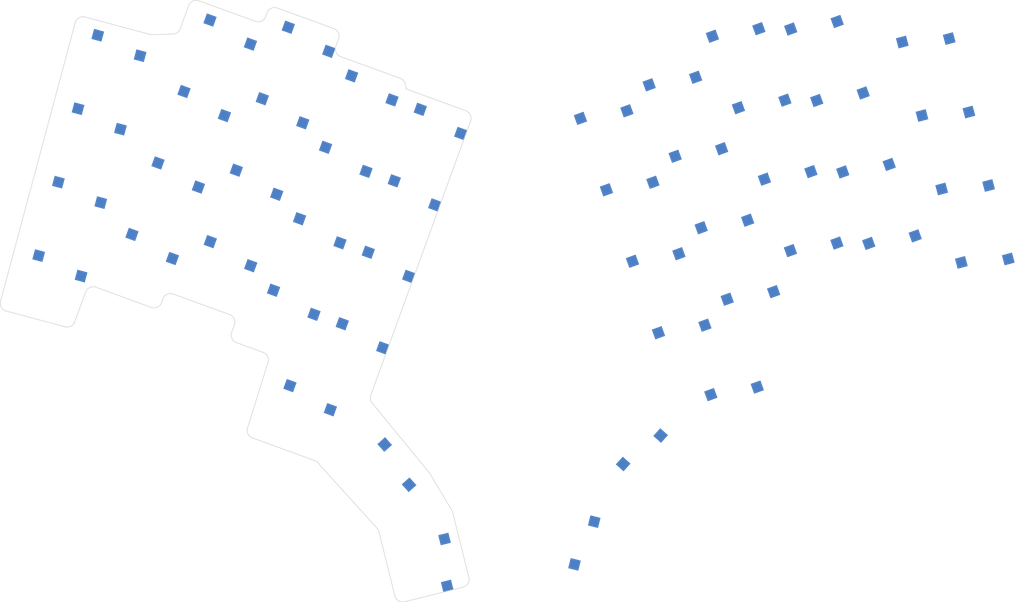
<source format=kicad_pcb>


(kicad_pcb
  (version 20240108)
  (generator "ergogen")
  (generator_version "4.1.0")
  (general
    (thickness 1.6)
    (legacy_teardrops no)
  )
  (paper "A3")
  (title_block
    (title "left")
    (date "2025-10-12")
    (rev "v1.0.0")
    (company "Unknown")
  )

  (layers
    (0 "F.Cu" signal)
    (31 "B.Cu" signal)
    (32 "B.Adhes" user "B.Adhesive")
    (33 "F.Adhes" user "F.Adhesive")
    (34 "B.Paste" user)
    (35 "F.Paste" user)
    (36 "B.SilkS" user "B.Silkscreen")
    (37 "F.SilkS" user "F.Silkscreen")
    (38 "B.Mask" user)
    (39 "F.Mask" user)
    (40 "Dwgs.User" user "User.Drawings")
    (41 "Cmts.User" user "User.Comments")
    (42 "Eco1.User" user "User.Eco1")
    (43 "Eco2.User" user "User.Eco2")
    (44 "Edge.Cuts" user)
    (45 "Margin" user)
    (46 "B.CrtYd" user "B.Courtyard")
    (47 "F.CrtYd" user "F.Courtyard")
    (48 "B.Fab" user)
    (49 "F.Fab" user)
  )

  (setup
    (pad_to_mask_clearance 0.05)
    (allow_soldermask_bridges_in_footprints no)
    (pcbplotparams
      (layerselection 0x00010fc_ffffffff)
      (plot_on_all_layers_selection 0x0000000_00000000)
      (disableapertmacros no)
      (usegerberextensions no)
      (usegerberattributes yes)
      (usegerberadvancedattributes yes)
      (creategerberjobfile yes)
      (dashed_line_dash_ratio 12.000000)
      (dashed_line_gap_ratio 3.000000)
      (svgprecision 4)
      (plotframeref no)
      (viasonmask no)
      (mode 1)
      (useauxorigin no)
      (hpglpennumber 1)
      (hpglpenspeed 20)
      (hpglpendiameter 15.000000)
      (pdf_front_fp_property_popups yes)
      (pdf_back_fp_property_popups yes)
      (dxfpolygonmode yes)
      (dxfimperialunits yes)
      (dxfusepcbnewfont yes)
      (psnegative no)
      (psa4output no)
      (plotreference yes)
      (plotvalue yes)
      (plotfptext yes)
      (plotinvisibletext no)
      (sketchpadsonfab no)
      (subtractmaskfromsilk no)
      (outputformat 1)
      (mirror no)
      (drillshape 1)
      (scaleselection 1)
      (outputdirectory "")
    )
  )

  (net 0 "")
(net 1 "Col0")
(net 2 "pinky_bottom")
(net 3 "pinky_home")
(net 4 "pinky_top")
(net 5 "pinky_number")
(net 6 "Col1")
(net 7 "ring_bottom")
(net 8 "ring_home")
(net 9 "ring_top")
(net 10 "ring_number")
(net 11 "Col2")
(net 12 "middle_bottom")
(net 13 "middle_home")
(net 14 "middle_top")
(net 15 "middle_number")
(net 16 "Col3")
(net 17 "index_bottom")
(net 18 "index_home")
(net 19 "index_top")
(net 20 "index_number")
(net 21 "Col4")
(net 22 "inner_bottom")
(net 23 "inner_home")
(net 24 "inner_top")
(net 25 "inner_number")
(net 26 "near_thumb")
(net 27 "Col5")
(net 28 "home_thumb")
(net 29 "far_thumb")
(net 30 "mirror_pinky_bottom")
(net 31 "mirror_pinky_home")
(net 32 "mirror_pinky_top")
(net 33 "mirror_pinky_number")
(net 34 "mirror_ring_bottom")
(net 35 "mirror_ring_home")
(net 36 "mirror_ring_top")
(net 37 "mirror_ring_number")
(net 38 "mirror_middle_bottom")
(net 39 "mirror_middle_home")
(net 40 "mirror_middle_top")
(net 41 "mirror_middle_number")
(net 42 "mirror_index_bottom")
(net 43 "mirror_index_home")
(net 44 "mirror_index_top")
(net 45 "mirror_index_number")
(net 46 "mirror_inner_bottom")
(net 47 "mirror_inner_home")
(net 48 "mirror_inner_top")
(net 49 "mirror_inner_number")
(net 50 "mirror_near_thumb")
(net 51 "mirror_home_thumb")
(net 52 "mirror_far_thumb")

  
        
      (module PG1350 (layer F.Cu) (tedit 5DD50112)
      (at 59.7672477 128.1712764 -15)

      
      (fp_text reference "S1" (at 0 0) (layer F.SilkS) hide (effects (font (size 1.27 1.27) (thickness 0.15))))
      (fp_text value "" (at 0 0) (layer F.SilkS) hide (effects (font (size 1.27 1.27) (thickness 0.15))))

      
      (fp_line (start -7 -6) (end -7 -7) (layer Dwgs.User) (width 0.15))
      (fp_line (start -7 7) (end -6 7) (layer Dwgs.User) (width 0.15))
      (fp_line (start -6 -7) (end -7 -7) (layer Dwgs.User) (width 0.15))
      (fp_line (start -7 7) (end -7 6) (layer Dwgs.User) (width 0.15))
      (fp_line (start 7 6) (end 7 7) (layer Dwgs.User) (width 0.15))
      (fp_line (start 7 -7) (end 6 -7) (layer Dwgs.User) (width 0.15))
      (fp_line (start 6 7) (end 7 7) (layer Dwgs.User) (width 0.15))
      (fp_line (start 7 -7) (end 7 -6) (layer Dwgs.User) (width 0.15))      
      
      
      (pad "" np_thru_hole circle (at 0 0) (size 3.429 3.429) (drill 3.429) (layers *.Cu *.Mask))
        
      
      (pad "" np_thru_hole circle (at 5.5 0) (size 1.7018 1.7018) (drill 1.7018) (layers *.Cu *.Mask))
      (pad "" np_thru_hole circle (at -5.5 0) (size 1.7018 1.7018) (drill 1.7018) (layers *.Cu *.Mask))
      
        
      
      (fp_line (start -9 -8.5) (end 9 -8.5) (layer Dwgs.User) (width 0.15))
      (fp_line (start 9 -8.5) (end 9 8.5) (layer Dwgs.User) (width 0.15))
      (fp_line (start 9 8.5) (end -9 8.5) (layer Dwgs.User) (width 0.15))
      (fp_line (start -9 8.5) (end -9 -8.5) (layer Dwgs.User) (width 0.15))
      
        
          
          (pad "" np_thru_hole circle (at 5 -3.75) (size 3 3) (drill 3) (layers *.Cu *.Mask))
          (pad "" np_thru_hole circle (at 0 -5.95) (size 3 3) (drill 3) (layers *.Cu *.Mask))
      
          
          (pad 1 smd rect (at -3.275 -5.95 -15) (size 2.6 2.6) (layers B.Cu B.Paste B.Mask)  (net 1 "Col0"))
          (pad 2 smd rect (at 8.275 -3.75 -15) (size 2.6 2.6) (layers B.Cu B.Paste B.Mask)  (net 2 "pinky_bottom"))
        )
        

        
      (module PG1350 (layer F.Cu) (tedit 5DD50112)
      (at 64.6848096 109.8186857 -15)

      
      (fp_text reference "S2" (at 0 0) (layer F.SilkS) hide (effects (font (size 1.27 1.27) (thickness 0.15))))
      (fp_text value "" (at 0 0) (layer F.SilkS) hide (effects (font (size 1.27 1.27) (thickness 0.15))))

      
      (fp_line (start -7 -6) (end -7 -7) (layer Dwgs.User) (width 0.15))
      (fp_line (start -7 7) (end -6 7) (layer Dwgs.User) (width 0.15))
      (fp_line (start -6 -7) (end -7 -7) (layer Dwgs.User) (width 0.15))
      (fp_line (start -7 7) (end -7 6) (layer Dwgs.User) (width 0.15))
      (fp_line (start 7 6) (end 7 7) (layer Dwgs.User) (width 0.15))
      (fp_line (start 7 -7) (end 6 -7) (layer Dwgs.User) (width 0.15))
      (fp_line (start 6 7) (end 7 7) (layer Dwgs.User) (width 0.15))
      (fp_line (start 7 -7) (end 7 -6) (layer Dwgs.User) (width 0.15))      
      
      
      (pad "" np_thru_hole circle (at 0 0) (size 3.429 3.429) (drill 3.429) (layers *.Cu *.Mask))
        
      
      (pad "" np_thru_hole circle (at 5.5 0) (size 1.7018 1.7018) (drill 1.7018) (layers *.Cu *.Mask))
      (pad "" np_thru_hole circle (at -5.5 0) (size 1.7018 1.7018) (drill 1.7018) (layers *.Cu *.Mask))
      
        
      
      (fp_line (start -9 -8.5) (end 9 -8.5) (layer Dwgs.User) (width 0.15))
      (fp_line (start 9 -8.5) (end 9 8.5) (layer Dwgs.User) (width 0.15))
      (fp_line (start 9 8.5) (end -9 8.5) (layer Dwgs.User) (width 0.15))
      (fp_line (start -9 8.5) (end -9 -8.5) (layer Dwgs.User) (width 0.15))
      
        
          
          (pad "" np_thru_hole circle (at 5 -3.75) (size 3 3) (drill 3) (layers *.Cu *.Mask))
          (pad "" np_thru_hole circle (at 0 -5.95) (size 3 3) (drill 3) (layers *.Cu *.Mask))
      
          
          (pad 1 smd rect (at -3.275 -5.95 -15) (size 2.6 2.6) (layers B.Cu B.Paste B.Mask)  (net 1 "Col0"))
          (pad 2 smd rect (at 8.275 -3.75 -15) (size 2.6 2.6) (layers B.Cu B.Paste B.Mask)  (net 3 "pinky_home"))
        )
        

        
      (module PG1350 (layer F.Cu) (tedit 5DD50112)
      (at 69.6023715 91.466095 -15)

      
      (fp_text reference "S3" (at 0 0) (layer F.SilkS) hide (effects (font (size 1.27 1.27) (thickness 0.15))))
      (fp_text value "" (at 0 0) (layer F.SilkS) hide (effects (font (size 1.27 1.27) (thickness 0.15))))

      
      (fp_line (start -7 -6) (end -7 -7) (layer Dwgs.User) (width 0.15))
      (fp_line (start -7 7) (end -6 7) (layer Dwgs.User) (width 0.15))
      (fp_line (start -6 -7) (end -7 -7) (layer Dwgs.User) (width 0.15))
      (fp_line (start -7 7) (end -7 6) (layer Dwgs.User) (width 0.15))
      (fp_line (start 7 6) (end 7 7) (layer Dwgs.User) (width 0.15))
      (fp_line (start 7 -7) (end 6 -7) (layer Dwgs.User) (width 0.15))
      (fp_line (start 6 7) (end 7 7) (layer Dwgs.User) (width 0.15))
      (fp_line (start 7 -7) (end 7 -6) (layer Dwgs.User) (width 0.15))      
      
      
      (pad "" np_thru_hole circle (at 0 0) (size 3.429 3.429) (drill 3.429) (layers *.Cu *.Mask))
        
      
      (pad "" np_thru_hole circle (at 5.5 0) (size 1.7018 1.7018) (drill 1.7018) (layers *.Cu *.Mask))
      (pad "" np_thru_hole circle (at -5.5 0) (size 1.7018 1.7018) (drill 1.7018) (layers *.Cu *.Mask))
      
        
      
      (fp_line (start -9 -8.5) (end 9 -8.5) (layer Dwgs.User) (width 0.15))
      (fp_line (start 9 -8.5) (end 9 8.5) (layer Dwgs.User) (width 0.15))
      (fp_line (start 9 8.5) (end -9 8.5) (layer Dwgs.User) (width 0.15))
      (fp_line (start -9 8.5) (end -9 -8.5) (layer Dwgs.User) (width 0.15))
      
        
          
          (pad "" np_thru_hole circle (at 5 -3.75) (size 3 3) (drill 3) (layers *.Cu *.Mask))
          (pad "" np_thru_hole circle (at 0 -5.95) (size 3 3) (drill 3) (layers *.Cu *.Mask))
      
          
          (pad 1 smd rect (at -3.275 -5.95 -15) (size 2.6 2.6) (layers B.Cu B.Paste B.Mask)  (net 1 "Col0"))
          (pad 2 smd rect (at 8.275 -3.75 -15) (size 2.6 2.6) (layers B.Cu B.Paste B.Mask)  (net 4 "pinky_top"))
        )
        

        
      (module PG1350 (layer F.Cu) (tedit 5DD50112)
      (at 74.5199334 73.1135042 -15)

      
      (fp_text reference "S4" (at 0 0) (layer F.SilkS) hide (effects (font (size 1.27 1.27) (thickness 0.15))))
      (fp_text value "" (at 0 0) (layer F.SilkS) hide (effects (font (size 1.27 1.27) (thickness 0.15))))

      
      (fp_line (start -7 -6) (end -7 -7) (layer Dwgs.User) (width 0.15))
      (fp_line (start -7 7) (end -6 7) (layer Dwgs.User) (width 0.15))
      (fp_line (start -6 -7) (end -7 -7) (layer Dwgs.User) (width 0.15))
      (fp_line (start -7 7) (end -7 6) (layer Dwgs.User) (width 0.15))
      (fp_line (start 7 6) (end 7 7) (layer Dwgs.User) (width 0.15))
      (fp_line (start 7 -7) (end 6 -7) (layer Dwgs.User) (width 0.15))
      (fp_line (start 6 7) (end 7 7) (layer Dwgs.User) (width 0.15))
      (fp_line (start 7 -7) (end 7 -6) (layer Dwgs.User) (width 0.15))      
      
      
      (pad "" np_thru_hole circle (at 0 0) (size 3.429 3.429) (drill 3.429) (layers *.Cu *.Mask))
        
      
      (pad "" np_thru_hole circle (at 5.5 0) (size 1.7018 1.7018) (drill 1.7018) (layers *.Cu *.Mask))
      (pad "" np_thru_hole circle (at -5.5 0) (size 1.7018 1.7018) (drill 1.7018) (layers *.Cu *.Mask))
      
        
      
      (fp_line (start -9 -8.5) (end 9 -8.5) (layer Dwgs.User) (width 0.15))
      (fp_line (start 9 -8.5) (end 9 8.5) (layer Dwgs.User) (width 0.15))
      (fp_line (start 9 8.5) (end -9 8.5) (layer Dwgs.User) (width 0.15))
      (fp_line (start -9 8.5) (end -9 -8.5) (layer Dwgs.User) (width 0.15))
      
        
          
          (pad "" np_thru_hole circle (at 5 -3.75) (size 3 3) (drill 3) (layers *.Cu *.Mask))
          (pad "" np_thru_hole circle (at 0 -5.95) (size 3 3) (drill 3) (layers *.Cu *.Mask))
      
          
          (pad 1 smd rect (at -3.275 -5.95 -15) (size 2.6 2.6) (layers B.Cu B.Paste B.Mask)  (net 1 "Col0"))
          (pad 2 smd rect (at 8.275 -3.75 -15) (size 2.6 2.6) (layers B.Cu B.Paste B.Mask)  (net 5 "pinky_number"))
        )
        

        
      (module PG1350 (layer F.Cu) (tedit 5DD50112)
      (at 82.4916894 122.9945725 -20)

      
      (fp_text reference "S5" (at 0 0) (layer F.SilkS) hide (effects (font (size 1.27 1.27) (thickness 0.15))))
      (fp_text value "" (at 0 0) (layer F.SilkS) hide (effects (font (size 1.27 1.27) (thickness 0.15))))

      
      (fp_line (start -7 -6) (end -7 -7) (layer Dwgs.User) (width 0.15))
      (fp_line (start -7 7) (end -6 7) (layer Dwgs.User) (width 0.15))
      (fp_line (start -6 -7) (end -7 -7) (layer Dwgs.User) (width 0.15))
      (fp_line (start -7 7) (end -7 6) (layer Dwgs.User) (width 0.15))
      (fp_line (start 7 6) (end 7 7) (layer Dwgs.User) (width 0.15))
      (fp_line (start 7 -7) (end 6 -7) (layer Dwgs.User) (width 0.15))
      (fp_line (start 6 7) (end 7 7) (layer Dwgs.User) (width 0.15))
      (fp_line (start 7 -7) (end 7 -6) (layer Dwgs.User) (width 0.15))      
      
      
      (pad "" np_thru_hole circle (at 0 0) (size 3.429 3.429) (drill 3.429) (layers *.Cu *.Mask))
        
      
      (pad "" np_thru_hole circle (at 5.5 0) (size 1.7018 1.7018) (drill 1.7018) (layers *.Cu *.Mask))
      (pad "" np_thru_hole circle (at -5.5 0) (size 1.7018 1.7018) (drill 1.7018) (layers *.Cu *.Mask))
      
        
      
      (fp_line (start -9 -8.5) (end 9 -8.5) (layer Dwgs.User) (width 0.15))
      (fp_line (start 9 -8.5) (end 9 8.5) (layer Dwgs.User) (width 0.15))
      (fp_line (start 9 8.5) (end -9 8.5) (layer Dwgs.User) (width 0.15))
      (fp_line (start -9 8.5) (end -9 -8.5) (layer Dwgs.User) (width 0.15))
      
        
          
          (pad "" np_thru_hole circle (at 5 -3.75) (size 3 3) (drill 3) (layers *.Cu *.Mask))
          (pad "" np_thru_hole circle (at 0 -5.95) (size 3 3) (drill 3) (layers *.Cu *.Mask))
      
          
          (pad 1 smd rect (at -3.275 -5.95 -20) (size 2.6 2.6) (layers B.Cu B.Paste B.Mask)  (net 6 "Col1"))
          (pad 2 smd rect (at 8.275 -3.75 -20) (size 2.6 2.6) (layers B.Cu B.Paste B.Mask)  (net 7 "ring_bottom"))
        )
        

        
      (module PG1350 (layer F.Cu) (tedit 5DD50112)
      (at 88.9900721 105.1404127 -20)

      
      (fp_text reference "S6" (at 0 0) (layer F.SilkS) hide (effects (font (size 1.27 1.27) (thickness 0.15))))
      (fp_text value "" (at 0 0) (layer F.SilkS) hide (effects (font (size 1.27 1.27) (thickness 0.15))))

      
      (fp_line (start -7 -6) (end -7 -7) (layer Dwgs.User) (width 0.15))
      (fp_line (start -7 7) (end -6 7) (layer Dwgs.User) (width 0.15))
      (fp_line (start -6 -7) (end -7 -7) (layer Dwgs.User) (width 0.15))
      (fp_line (start -7 7) (end -7 6) (layer Dwgs.User) (width 0.15))
      (fp_line (start 7 6) (end 7 7) (layer Dwgs.User) (width 0.15))
      (fp_line (start 7 -7) (end 6 -7) (layer Dwgs.User) (width 0.15))
      (fp_line (start 6 7) (end 7 7) (layer Dwgs.User) (width 0.15))
      (fp_line (start 7 -7) (end 7 -6) (layer Dwgs.User) (width 0.15))      
      
      
      (pad "" np_thru_hole circle (at 0 0) (size 3.429 3.429) (drill 3.429) (layers *.Cu *.Mask))
        
      
      (pad "" np_thru_hole circle (at 5.5 0) (size 1.7018 1.7018) (drill 1.7018) (layers *.Cu *.Mask))
      (pad "" np_thru_hole circle (at -5.5 0) (size 1.7018 1.7018) (drill 1.7018) (layers *.Cu *.Mask))
      
        
      
      (fp_line (start -9 -8.5) (end 9 -8.5) (layer Dwgs.User) (width 0.15))
      (fp_line (start 9 -8.5) (end 9 8.5) (layer Dwgs.User) (width 0.15))
      (fp_line (start 9 8.5) (end -9 8.5) (layer Dwgs.User) (width 0.15))
      (fp_line (start -9 8.5) (end -9 -8.5) (layer Dwgs.User) (width 0.15))
      
        
          
          (pad "" np_thru_hole circle (at 5 -3.75) (size 3 3) (drill 3) (layers *.Cu *.Mask))
          (pad "" np_thru_hole circle (at 0 -5.95) (size 3 3) (drill 3) (layers *.Cu *.Mask))
      
          
          (pad 1 smd rect (at -3.275 -5.95 -20) (size 2.6 2.6) (layers B.Cu B.Paste B.Mask)  (net 6 "Col1"))
          (pad 2 smd rect (at 8.275 -3.75 -20) (size 2.6 2.6) (layers B.Cu B.Paste B.Mask)  (net 8 "ring_home"))
        )
        

        
      (module PG1350 (layer F.Cu) (tedit 5DD50112)
      (at 95.4884548 87.2862529 -20)

      
      (fp_text reference "S7" (at 0 0) (layer F.SilkS) hide (effects (font (size 1.27 1.27) (thickness 0.15))))
      (fp_text value "" (at 0 0) (layer F.SilkS) hide (effects (font (size 1.27 1.27) (thickness 0.15))))

      
      (fp_line (start -7 -6) (end -7 -7) (layer Dwgs.User) (width 0.15))
      (fp_line (start -7 7) (end -6 7) (layer Dwgs.User) (width 0.15))
      (fp_line (start -6 -7) (end -7 -7) (layer Dwgs.User) (width 0.15))
      (fp_line (start -7 7) (end -7 6) (layer Dwgs.User) (width 0.15))
      (fp_line (start 7 6) (end 7 7) (layer Dwgs.User) (width 0.15))
      (fp_line (start 7 -7) (end 6 -7) (layer Dwgs.User) (width 0.15))
      (fp_line (start 6 7) (end 7 7) (layer Dwgs.User) (width 0.15))
      (fp_line (start 7 -7) (end 7 -6) (layer Dwgs.User) (width 0.15))      
      
      
      (pad "" np_thru_hole circle (at 0 0) (size 3.429 3.429) (drill 3.429) (layers *.Cu *.Mask))
        
      
      (pad "" np_thru_hole circle (at 5.5 0) (size 1.7018 1.7018) (drill 1.7018) (layers *.Cu *.Mask))
      (pad "" np_thru_hole circle (at -5.5 0) (size 1.7018 1.7018) (drill 1.7018) (layers *.Cu *.Mask))
      
        
      
      (fp_line (start -9 -8.5) (end 9 -8.5) (layer Dwgs.User) (width 0.15))
      (fp_line (start 9 -8.5) (end 9 8.5) (layer Dwgs.User) (width 0.15))
      (fp_line (start 9 8.5) (end -9 8.5) (layer Dwgs.User) (width 0.15))
      (fp_line (start -9 8.5) (end -9 -8.5) (layer Dwgs.User) (width 0.15))
      
        
          
          (pad "" np_thru_hole circle (at 5 -3.75) (size 3 3) (drill 3) (layers *.Cu *.Mask))
          (pad "" np_thru_hole circle (at 0 -5.95) (size 3 3) (drill 3) (layers *.Cu *.Mask))
      
          
          (pad 1 smd rect (at -3.275 -5.95 -20) (size 2.6 2.6) (layers B.Cu B.Paste B.Mask)  (net 6 "Col1"))
          (pad 2 smd rect (at 8.275 -3.75 -20) (size 2.6 2.6) (layers B.Cu B.Paste B.Mask)  (net 9 "ring_top"))
        )
        

        
      (module PG1350 (layer F.Cu) (tedit 5DD50112)
      (at 101.9868376 69.4320931 -20)

      
      (fp_text reference "S8" (at 0 0) (layer F.SilkS) hide (effects (font (size 1.27 1.27) (thickness 0.15))))
      (fp_text value "" (at 0 0) (layer F.SilkS) hide (effects (font (size 1.27 1.27) (thickness 0.15))))

      
      (fp_line (start -7 -6) (end -7 -7) (layer Dwgs.User) (width 0.15))
      (fp_line (start -7 7) (end -6 7) (layer Dwgs.User) (width 0.15))
      (fp_line (start -6 -7) (end -7 -7) (layer Dwgs.User) (width 0.15))
      (fp_line (start -7 7) (end -7 6) (layer Dwgs.User) (width 0.15))
      (fp_line (start 7 6) (end 7 7) (layer Dwgs.User) (width 0.15))
      (fp_line (start 7 -7) (end 6 -7) (layer Dwgs.User) (width 0.15))
      (fp_line (start 6 7) (end 7 7) (layer Dwgs.User) (width 0.15))
      (fp_line (start 7 -7) (end 7 -6) (layer Dwgs.User) (width 0.15))      
      
      
      (pad "" np_thru_hole circle (at 0 0) (size 3.429 3.429) (drill 3.429) (layers *.Cu *.Mask))
        
      
      (pad "" np_thru_hole circle (at 5.5 0) (size 1.7018 1.7018) (drill 1.7018) (layers *.Cu *.Mask))
      (pad "" np_thru_hole circle (at -5.5 0) (size 1.7018 1.7018) (drill 1.7018) (layers *.Cu *.Mask))
      
        
      
      (fp_line (start -9 -8.5) (end 9 -8.5) (layer Dwgs.User) (width 0.15))
      (fp_line (start 9 -8.5) (end 9 8.5) (layer Dwgs.User) (width 0.15))
      (fp_line (start 9 8.5) (end -9 8.5) (layer Dwgs.User) (width 0.15))
      (fp_line (start -9 8.5) (end -9 -8.5) (layer Dwgs.User) (width 0.15))
      
        
          
          (pad "" np_thru_hole circle (at 5 -3.75) (size 3 3) (drill 3) (layers *.Cu *.Mask))
          (pad "" np_thru_hole circle (at 0 -5.95) (size 3 3) (drill 3) (layers *.Cu *.Mask))
      
          
          (pad 1 smd rect (at -3.275 -5.95 -20) (size 2.6 2.6) (layers B.Cu B.Paste B.Mask)  (net 6 "Col1"))
          (pad 2 smd rect (at 8.275 -3.75 -20) (size 2.6 2.6) (layers B.Cu B.Paste B.Mask)  (net 10 "ring_number"))
        )
        

        
      (module PG1350 (layer F.Cu) (tedit 5DD50112)
      (at 102.0559499 124.7944921 -20)

      
      (fp_text reference "S9" (at 0 0) (layer F.SilkS) hide (effects (font (size 1.27 1.27) (thickness 0.15))))
      (fp_text value "" (at 0 0) (layer F.SilkS) hide (effects (font (size 1.27 1.27) (thickness 0.15))))

      
      (fp_line (start -7 -6) (end -7 -7) (layer Dwgs.User) (width 0.15))
      (fp_line (start -7 7) (end -6 7) (layer Dwgs.User) (width 0.15))
      (fp_line (start -6 -7) (end -7 -7) (layer Dwgs.User) (width 0.15))
      (fp_line (start -7 7) (end -7 6) (layer Dwgs.User) (width 0.15))
      (fp_line (start 7 6) (end 7 7) (layer Dwgs.User) (width 0.15))
      (fp_line (start 7 -7) (end 6 -7) (layer Dwgs.User) (width 0.15))
      (fp_line (start 6 7) (end 7 7) (layer Dwgs.User) (width 0.15))
      (fp_line (start 7 -7) (end 7 -6) (layer Dwgs.User) (width 0.15))      
      
      
      (pad "" np_thru_hole circle (at 0 0) (size 3.429 3.429) (drill 3.429) (layers *.Cu *.Mask))
        
      
      (pad "" np_thru_hole circle (at 5.5 0) (size 1.7018 1.7018) (drill 1.7018) (layers *.Cu *.Mask))
      (pad "" np_thru_hole circle (at -5.5 0) (size 1.7018 1.7018) (drill 1.7018) (layers *.Cu *.Mask))
      
        
      
      (fp_line (start -9 -8.5) (end 9 -8.5) (layer Dwgs.User) (width 0.15))
      (fp_line (start 9 -8.5) (end 9 8.5) (layer Dwgs.User) (width 0.15))
      (fp_line (start 9 8.5) (end -9 8.5) (layer Dwgs.User) (width 0.15))
      (fp_line (start -9 8.5) (end -9 -8.5) (layer Dwgs.User) (width 0.15))
      
        
          
          (pad "" np_thru_hole circle (at 5 -3.75) (size 3 3) (drill 3) (layers *.Cu *.Mask))
          (pad "" np_thru_hole circle (at 0 -5.95) (size 3 3) (drill 3) (layers *.Cu *.Mask))
      
          
          (pad 1 smd rect (at -3.275 -5.95 -20) (size 2.6 2.6) (layers B.Cu B.Paste B.Mask)  (net 11 "Col2"))
          (pad 2 smd rect (at 8.275 -3.75 -20) (size 2.6 2.6) (layers B.Cu B.Paste B.Mask)  (net 12 "middle_bottom"))
        )
        

        
      (module PG1350 (layer F.Cu) (tedit 5DD50112)
      (at 108.5543326 106.9403323 -20)

      
      (fp_text reference "S10" (at 0 0) (layer F.SilkS) hide (effects (font (size 1.27 1.27) (thickness 0.15))))
      (fp_text value "" (at 0 0) (layer F.SilkS) hide (effects (font (size 1.27 1.27) (thickness 0.15))))

      
      (fp_line (start -7 -6) (end -7 -7) (layer Dwgs.User) (width 0.15))
      (fp_line (start -7 7) (end -6 7) (layer Dwgs.User) (width 0.15))
      (fp_line (start -6 -7) (end -7 -7) (layer Dwgs.User) (width 0.15))
      (fp_line (start -7 7) (end -7 6) (layer Dwgs.User) (width 0.15))
      (fp_line (start 7 6) (end 7 7) (layer Dwgs.User) (width 0.15))
      (fp_line (start 7 -7) (end 6 -7) (layer Dwgs.User) (width 0.15))
      (fp_line (start 6 7) (end 7 7) (layer Dwgs.User) (width 0.15))
      (fp_line (start 7 -7) (end 7 -6) (layer Dwgs.User) (width 0.15))      
      
      
      (pad "" np_thru_hole circle (at 0 0) (size 3.429 3.429) (drill 3.429) (layers *.Cu *.Mask))
        
      
      (pad "" np_thru_hole circle (at 5.5 0) (size 1.7018 1.7018) (drill 1.7018) (layers *.Cu *.Mask))
      (pad "" np_thru_hole circle (at -5.5 0) (size 1.7018 1.7018) (drill 1.7018) (layers *.Cu *.Mask))
      
        
      
      (fp_line (start -9 -8.5) (end 9 -8.5) (layer Dwgs.User) (width 0.15))
      (fp_line (start 9 -8.5) (end 9 8.5) (layer Dwgs.User) (width 0.15))
      (fp_line (start 9 8.5) (end -9 8.5) (layer Dwgs.User) (width 0.15))
      (fp_line (start -9 8.5) (end -9 -8.5) (layer Dwgs.User) (width 0.15))
      
        
          
          (pad "" np_thru_hole circle (at 5 -3.75) (size 3 3) (drill 3) (layers *.Cu *.Mask))
          (pad "" np_thru_hole circle (at 0 -5.95) (size 3 3) (drill 3) (layers *.Cu *.Mask))
      
          
          (pad 1 smd rect (at -3.275 -5.95 -20) (size 2.6 2.6) (layers B.Cu B.Paste B.Mask)  (net 11 "Col2"))
          (pad 2 smd rect (at 8.275 -3.75 -20) (size 2.6 2.6) (layers B.Cu B.Paste B.Mask)  (net 13 "middle_home"))
        )
        

        
      (module PG1350 (layer F.Cu) (tedit 5DD50112)
      (at 115.0527154 89.0861725 -20)

      
      (fp_text reference "S11" (at 0 0) (layer F.SilkS) hide (effects (font (size 1.27 1.27) (thickness 0.15))))
      (fp_text value "" (at 0 0) (layer F.SilkS) hide (effects (font (size 1.27 1.27) (thickness 0.15))))

      
      (fp_line (start -7 -6) (end -7 -7) (layer Dwgs.User) (width 0.15))
      (fp_line (start -7 7) (end -6 7) (layer Dwgs.User) (width 0.15))
      (fp_line (start -6 -7) (end -7 -7) (layer Dwgs.User) (width 0.15))
      (fp_line (start -7 7) (end -7 6) (layer Dwgs.User) (width 0.15))
      (fp_line (start 7 6) (end 7 7) (layer Dwgs.User) (width 0.15))
      (fp_line (start 7 -7) (end 6 -7) (layer Dwgs.User) (width 0.15))
      (fp_line (start 6 7) (end 7 7) (layer Dwgs.User) (width 0.15))
      (fp_line (start 7 -7) (end 7 -6) (layer Dwgs.User) (width 0.15))      
      
      
      (pad "" np_thru_hole circle (at 0 0) (size 3.429 3.429) (drill 3.429) (layers *.Cu *.Mask))
        
      
      (pad "" np_thru_hole circle (at 5.5 0) (size 1.7018 1.7018) (drill 1.7018) (layers *.Cu *.Mask))
      (pad "" np_thru_hole circle (at -5.5 0) (size 1.7018 1.7018) (drill 1.7018) (layers *.Cu *.Mask))
      
        
      
      (fp_line (start -9 -8.5) (end 9 -8.5) (layer Dwgs.User) (width 0.15))
      (fp_line (start 9 -8.5) (end 9 8.5) (layer Dwgs.User) (width 0.15))
      (fp_line (start 9 8.5) (end -9 8.5) (layer Dwgs.User) (width 0.15))
      (fp_line (start -9 8.5) (end -9 -8.5) (layer Dwgs.User) (width 0.15))
      
        
          
          (pad "" np_thru_hole circle (at 5 -3.75) (size 3 3) (drill 3) (layers *.Cu *.Mask))
          (pad "" np_thru_hole circle (at 0 -5.95) (size 3 3) (drill 3) (layers *.Cu *.Mask))
      
          
          (pad 1 smd rect (at -3.275 -5.95 -20) (size 2.6 2.6) (layers B.Cu B.Paste B.Mask)  (net 11 "Col2"))
          (pad 2 smd rect (at 8.275 -3.75 -20) (size 2.6 2.6) (layers B.Cu B.Paste B.Mask)  (net 14 "middle_top"))
        )
        

        
      (module PG1350 (layer F.Cu) (tedit 5DD50112)
      (at 121.5510981 71.2320127 -20)

      
      (fp_text reference "S12" (at 0 0) (layer F.SilkS) hide (effects (font (size 1.27 1.27) (thickness 0.15))))
      (fp_text value "" (at 0 0) (layer F.SilkS) hide (effects (font (size 1.27 1.27) (thickness 0.15))))

      
      (fp_line (start -7 -6) (end -7 -7) (layer Dwgs.User) (width 0.15))
      (fp_line (start -7 7) (end -6 7) (layer Dwgs.User) (width 0.15))
      (fp_line (start -6 -7) (end -7 -7) (layer Dwgs.User) (width 0.15))
      (fp_line (start -7 7) (end -7 6) (layer Dwgs.User) (width 0.15))
      (fp_line (start 7 6) (end 7 7) (layer Dwgs.User) (width 0.15))
      (fp_line (start 7 -7) (end 6 -7) (layer Dwgs.User) (width 0.15))
      (fp_line (start 6 7) (end 7 7) (layer Dwgs.User) (width 0.15))
      (fp_line (start 7 -7) (end 7 -6) (layer Dwgs.User) (width 0.15))      
      
      
      (pad "" np_thru_hole circle (at 0 0) (size 3.429 3.429) (drill 3.429) (layers *.Cu *.Mask))
        
      
      (pad "" np_thru_hole circle (at 5.5 0) (size 1.7018 1.7018) (drill 1.7018) (layers *.Cu *.Mask))
      (pad "" np_thru_hole circle (at -5.5 0) (size 1.7018 1.7018) (drill 1.7018) (layers *.Cu *.Mask))
      
        
      
      (fp_line (start -9 -8.5) (end 9 -8.5) (layer Dwgs.User) (width 0.15))
      (fp_line (start 9 -8.5) (end 9 8.5) (layer Dwgs.User) (width 0.15))
      (fp_line (start 9 8.5) (end -9 8.5) (layer Dwgs.User) (width 0.15))
      (fp_line (start -9 8.5) (end -9 -8.5) (layer Dwgs.User) (width 0.15))
      
        
          
          (pad "" np_thru_hole circle (at 5 -3.75) (size 3 3) (drill 3) (layers *.Cu *.Mask))
          (pad "" np_thru_hole circle (at 0 -5.95) (size 3 3) (drill 3) (layers *.Cu *.Mask))
      
          
          (pad 1 smd rect (at -3.275 -5.95 -20) (size 2.6 2.6) (layers B.Cu B.Paste B.Mask)  (net 11 "Col2"))
          (pad 2 smd rect (at 8.275 -3.75 -20) (size 2.6 2.6) (layers B.Cu B.Paste B.Mask)  (net 15 "middle_number"))
        )
        

        
      (module PG1350 (layer F.Cu) (tedit 5DD50112)
      (at 117.8579888 136.9310305 -20)

      
      (fp_text reference "S13" (at 0 0) (layer F.SilkS) hide (effects (font (size 1.27 1.27) (thickness 0.15))))
      (fp_text value "" (at 0 0) (layer F.SilkS) hide (effects (font (size 1.27 1.27) (thickness 0.15))))

      
      (fp_line (start -7 -6) (end -7 -7) (layer Dwgs.User) (width 0.15))
      (fp_line (start -7 7) (end -6 7) (layer Dwgs.User) (width 0.15))
      (fp_line (start -6 -7) (end -7 -7) (layer Dwgs.User) (width 0.15))
      (fp_line (start -7 7) (end -7 6) (layer Dwgs.User) (width 0.15))
      (fp_line (start 7 6) (end 7 7) (layer Dwgs.User) (width 0.15))
      (fp_line (start 7 -7) (end 6 -7) (layer Dwgs.User) (width 0.15))
      (fp_line (start 6 7) (end 7 7) (layer Dwgs.User) (width 0.15))
      (fp_line (start 7 -7) (end 7 -6) (layer Dwgs.User) (width 0.15))      
      
      
      (pad "" np_thru_hole circle (at 0 0) (size 3.429 3.429) (drill 3.429) (layers *.Cu *.Mask))
        
      
      (pad "" np_thru_hole circle (at 5.5 0) (size 1.7018 1.7018) (drill 1.7018) (layers *.Cu *.Mask))
      (pad "" np_thru_hole circle (at -5.5 0) (size 1.7018 1.7018) (drill 1.7018) (layers *.Cu *.Mask))
      
        
      
      (fp_line (start -9 -8.5) (end 9 -8.5) (layer Dwgs.User) (width 0.15))
      (fp_line (start 9 -8.5) (end 9 8.5) (layer Dwgs.User) (width 0.15))
      (fp_line (start 9 8.5) (end -9 8.5) (layer Dwgs.User) (width 0.15))
      (fp_line (start -9 8.5) (end -9 -8.5) (layer Dwgs.User) (width 0.15))
      
        
          
          (pad "" np_thru_hole circle (at 5 -3.75) (size 3 3) (drill 3) (layers *.Cu *.Mask))
          (pad "" np_thru_hole circle (at 0 -5.95) (size 3 3) (drill 3) (layers *.Cu *.Mask))
      
          
          (pad 1 smd rect (at -3.275 -5.95 -20) (size 2.6 2.6) (layers B.Cu B.Paste B.Mask)  (net 16 "Col3"))
          (pad 2 smd rect (at 8.275 -3.75 -20) (size 2.6 2.6) (layers B.Cu B.Paste B.Mask)  (net 17 "index_bottom"))
        )
        

        
      (module PG1350 (layer F.Cu) (tedit 5DD50112)
      (at 124.3563716 119.0768707 -20)

      
      (fp_text reference "S14" (at 0 0) (layer F.SilkS) hide (effects (font (size 1.27 1.27) (thickness 0.15))))
      (fp_text value "" (at 0 0) (layer F.SilkS) hide (effects (font (size 1.27 1.27) (thickness 0.15))))

      
      (fp_line (start -7 -6) (end -7 -7) (layer Dwgs.User) (width 0.15))
      (fp_line (start -7 7) (end -6 7) (layer Dwgs.User) (width 0.15))
      (fp_line (start -6 -7) (end -7 -7) (layer Dwgs.User) (width 0.15))
      (fp_line (start -7 7) (end -7 6) (layer Dwgs.User) (width 0.15))
      (fp_line (start 7 6) (end 7 7) (layer Dwgs.User) (width 0.15))
      (fp_line (start 7 -7) (end 6 -7) (layer Dwgs.User) (width 0.15))
      (fp_line (start 6 7) (end 7 7) (layer Dwgs.User) (width 0.15))
      (fp_line (start 7 -7) (end 7 -6) (layer Dwgs.User) (width 0.15))      
      
      
      (pad "" np_thru_hole circle (at 0 0) (size 3.429 3.429) (drill 3.429) (layers *.Cu *.Mask))
        
      
      (pad "" np_thru_hole circle (at 5.5 0) (size 1.7018 1.7018) (drill 1.7018) (layers *.Cu *.Mask))
      (pad "" np_thru_hole circle (at -5.5 0) (size 1.7018 1.7018) (drill 1.7018) (layers *.Cu *.Mask))
      
        
      
      (fp_line (start -9 -8.5) (end 9 -8.5) (layer Dwgs.User) (width 0.15))
      (fp_line (start 9 -8.5) (end 9 8.5) (layer Dwgs.User) (width 0.15))
      (fp_line (start 9 8.5) (end -9 8.5) (layer Dwgs.User) (width 0.15))
      (fp_line (start -9 8.5) (end -9 -8.5) (layer Dwgs.User) (width 0.15))
      
        
          
          (pad "" np_thru_hole circle (at 5 -3.75) (size 3 3) (drill 3) (layers *.Cu *.Mask))
          (pad "" np_thru_hole circle (at 0 -5.95) (size 3 3) (drill 3) (layers *.Cu *.Mask))
      
          
          (pad 1 smd rect (at -3.275 -5.95 -20) (size 2.6 2.6) (layers B.Cu B.Paste B.Mask)  (net 16 "Col3"))
          (pad 2 smd rect (at 8.275 -3.75 -20) (size 2.6 2.6) (layers B.Cu B.Paste B.Mask)  (net 18 "index_home"))
        )
        

        
      (module PG1350 (layer F.Cu) (tedit 5DD50112)
      (at 130.8547543 101.2227109 -20)

      
      (fp_text reference "S15" (at 0 0) (layer F.SilkS) hide (effects (font (size 1.27 1.27) (thickness 0.15))))
      (fp_text value "" (at 0 0) (layer F.SilkS) hide (effects (font (size 1.27 1.27) (thickness 0.15))))

      
      (fp_line (start -7 -6) (end -7 -7) (layer Dwgs.User) (width 0.15))
      (fp_line (start -7 7) (end -6 7) (layer Dwgs.User) (width 0.15))
      (fp_line (start -6 -7) (end -7 -7) (layer Dwgs.User) (width 0.15))
      (fp_line (start -7 7) (end -7 6) (layer Dwgs.User) (width 0.15))
      (fp_line (start 7 6) (end 7 7) (layer Dwgs.User) (width 0.15))
      (fp_line (start 7 -7) (end 6 -7) (layer Dwgs.User) (width 0.15))
      (fp_line (start 6 7) (end 7 7) (layer Dwgs.User) (width 0.15))
      (fp_line (start 7 -7) (end 7 -6) (layer Dwgs.User) (width 0.15))      
      
      
      (pad "" np_thru_hole circle (at 0 0) (size 3.429 3.429) (drill 3.429) (layers *.Cu *.Mask))
        
      
      (pad "" np_thru_hole circle (at 5.5 0) (size 1.7018 1.7018) (drill 1.7018) (layers *.Cu *.Mask))
      (pad "" np_thru_hole circle (at -5.5 0) (size 1.7018 1.7018) (drill 1.7018) (layers *.Cu *.Mask))
      
        
      
      (fp_line (start -9 -8.5) (end 9 -8.5) (layer Dwgs.User) (width 0.15))
      (fp_line (start 9 -8.5) (end 9 8.5) (layer Dwgs.User) (width 0.15))
      (fp_line (start 9 8.5) (end -9 8.5) (layer Dwgs.User) (width 0.15))
      (fp_line (start -9 8.5) (end -9 -8.5) (layer Dwgs.User) (width 0.15))
      
        
          
          (pad "" np_thru_hole circle (at 5 -3.75) (size 3 3) (drill 3) (layers *.Cu *.Mask))
          (pad "" np_thru_hole circle (at 0 -5.95) (size 3 3) (drill 3) (layers *.Cu *.Mask))
      
          
          (pad 1 smd rect (at -3.275 -5.95 -20) (size 2.6 2.6) (layers B.Cu B.Paste B.Mask)  (net 16 "Col3"))
          (pad 2 smd rect (at 8.275 -3.75 -20) (size 2.6 2.6) (layers B.Cu B.Paste B.Mask)  (net 19 "index_top"))
        )
        

        
      (module PG1350 (layer F.Cu) (tedit 5DD50112)
      (at 137.353137 83.3685511 -20)

      
      (fp_text reference "S16" (at 0 0) (layer F.SilkS) hide (effects (font (size 1.27 1.27) (thickness 0.15))))
      (fp_text value "" (at 0 0) (layer F.SilkS) hide (effects (font (size 1.27 1.27) (thickness 0.15))))

      
      (fp_line (start -7 -6) (end -7 -7) (layer Dwgs.User) (width 0.15))
      (fp_line (start -7 7) (end -6 7) (layer Dwgs.User) (width 0.15))
      (fp_line (start -6 -7) (end -7 -7) (layer Dwgs.User) (width 0.15))
      (fp_line (start -7 7) (end -7 6) (layer Dwgs.User) (width 0.15))
      (fp_line (start 7 6) (end 7 7) (layer Dwgs.User) (width 0.15))
      (fp_line (start 7 -7) (end 6 -7) (layer Dwgs.User) (width 0.15))
      (fp_line (start 6 7) (end 7 7) (layer Dwgs.User) (width 0.15))
      (fp_line (start 7 -7) (end 7 -6) (layer Dwgs.User) (width 0.15))      
      
      
      (pad "" np_thru_hole circle (at 0 0) (size 3.429 3.429) (drill 3.429) (layers *.Cu *.Mask))
        
      
      (pad "" np_thru_hole circle (at 5.5 0) (size 1.7018 1.7018) (drill 1.7018) (layers *.Cu *.Mask))
      (pad "" np_thru_hole circle (at -5.5 0) (size 1.7018 1.7018) (drill 1.7018) (layers *.Cu *.Mask))
      
        
      
      (fp_line (start -9 -8.5) (end 9 -8.5) (layer Dwgs.User) (width 0.15))
      (fp_line (start 9 -8.5) (end 9 8.5) (layer Dwgs.User) (width 0.15))
      (fp_line (start 9 8.5) (end -9 8.5) (layer Dwgs.User) (width 0.15))
      (fp_line (start -9 8.5) (end -9 -8.5) (layer Dwgs.User) (width 0.15))
      
        
          
          (pad "" np_thru_hole circle (at 5 -3.75) (size 3 3) (drill 3) (layers *.Cu *.Mask))
          (pad "" np_thru_hole circle (at 0 -5.95) (size 3 3) (drill 3) (layers *.Cu *.Mask))
      
          
          (pad 1 smd rect (at -3.275 -5.95 -20) (size 2.6 2.6) (layers B.Cu B.Paste B.Mask)  (net 16 "Col3"))
          (pad 2 smd rect (at 8.275 -3.75 -20) (size 2.6 2.6) (layers B.Cu B.Paste B.Mask)  (net 20 "index_number"))
        )
        

        
      (module PG1350 (layer F.Cu) (tedit 5DD50112)
      (at 135.0281084 145.3087985 -20)

      
      (fp_text reference "S17" (at 0 0) (layer F.SilkS) hide (effects (font (size 1.27 1.27) (thickness 0.15))))
      (fp_text value "" (at 0 0) (layer F.SilkS) hide (effects (font (size 1.27 1.27) (thickness 0.15))))

      
      (fp_line (start -7 -6) (end -7 -7) (layer Dwgs.User) (width 0.15))
      (fp_line (start -7 7) (end -6 7) (layer Dwgs.User) (width 0.15))
      (fp_line (start -6 -7) (end -7 -7) (layer Dwgs.User) (width 0.15))
      (fp_line (start -7 7) (end -7 6) (layer Dwgs.User) (width 0.15))
      (fp_line (start 7 6) (end 7 7) (layer Dwgs.User) (width 0.15))
      (fp_line (start 7 -7) (end 6 -7) (layer Dwgs.User) (width 0.15))
      (fp_line (start 6 7) (end 7 7) (layer Dwgs.User) (width 0.15))
      (fp_line (start 7 -7) (end 7 -6) (layer Dwgs.User) (width 0.15))      
      
      
      (pad "" np_thru_hole circle (at 0 0) (size 3.429 3.429) (drill 3.429) (layers *.Cu *.Mask))
        
      
      (pad "" np_thru_hole circle (at 5.5 0) (size 1.7018 1.7018) (drill 1.7018) (layers *.Cu *.Mask))
      (pad "" np_thru_hole circle (at -5.5 0) (size 1.7018 1.7018) (drill 1.7018) (layers *.Cu *.Mask))
      
        
      
      (fp_line (start -9 -8.5) (end 9 -8.5) (layer Dwgs.User) (width 0.15))
      (fp_line (start 9 -8.5) (end 9 8.5) (layer Dwgs.User) (width 0.15))
      (fp_line (start 9 8.5) (end -9 8.5) (layer Dwgs.User) (width 0.15))
      (fp_line (start -9 8.5) (end -9 -8.5) (layer Dwgs.User) (width 0.15))
      
        
          
          (pad "" np_thru_hole circle (at 5 -3.75) (size 3 3) (drill 3) (layers *.Cu *.Mask))
          (pad "" np_thru_hole circle (at 0 -5.95) (size 3 3) (drill 3) (layers *.Cu *.Mask))
      
          
          (pad 1 smd rect (at -3.275 -5.95 -20) (size 2.6 2.6) (layers B.Cu B.Paste B.Mask)  (net 21 "Col4"))
          (pad 2 smd rect (at 8.275 -3.75 -20) (size 2.6 2.6) (layers B.Cu B.Paste B.Mask)  (net 22 "inner_bottom"))
        )
        

        
      (module PG1350 (layer F.Cu) (tedit 5DD50112)
      (at 141.5264911 127.4546387 -20)

      
      (fp_text reference "S18" (at 0 0) (layer F.SilkS) hide (effects (font (size 1.27 1.27) (thickness 0.15))))
      (fp_text value "" (at 0 0) (layer F.SilkS) hide (effects (font (size 1.27 1.27) (thickness 0.15))))

      
      (fp_line (start -7 -6) (end -7 -7) (layer Dwgs.User) (width 0.15))
      (fp_line (start -7 7) (end -6 7) (layer Dwgs.User) (width 0.15))
      (fp_line (start -6 -7) (end -7 -7) (layer Dwgs.User) (width 0.15))
      (fp_line (start -7 7) (end -7 6) (layer Dwgs.User) (width 0.15))
      (fp_line (start 7 6) (end 7 7) (layer Dwgs.User) (width 0.15))
      (fp_line (start 7 -7) (end 6 -7) (layer Dwgs.User) (width 0.15))
      (fp_line (start 6 7) (end 7 7) (layer Dwgs.User) (width 0.15))
      (fp_line (start 7 -7) (end 7 -6) (layer Dwgs.User) (width 0.15))      
      
      
      (pad "" np_thru_hole circle (at 0 0) (size 3.429 3.429) (drill 3.429) (layers *.Cu *.Mask))
        
      
      (pad "" np_thru_hole circle (at 5.5 0) (size 1.7018 1.7018) (drill 1.7018) (layers *.Cu *.Mask))
      (pad "" np_thru_hole circle (at -5.5 0) (size 1.7018 1.7018) (drill 1.7018) (layers *.Cu *.Mask))
      
        
      
      (fp_line (start -9 -8.5) (end 9 -8.5) (layer Dwgs.User) (width 0.15))
      (fp_line (start 9 -8.5) (end 9 8.5) (layer Dwgs.User) (width 0.15))
      (fp_line (start 9 8.5) (end -9 8.5) (layer Dwgs.User) (width 0.15))
      (fp_line (start -9 8.5) (end -9 -8.5) (layer Dwgs.User) (width 0.15))
      
        
          
          (pad "" np_thru_hole circle (at 5 -3.75) (size 3 3) (drill 3) (layers *.Cu *.Mask))
          (pad "" np_thru_hole circle (at 0 -5.95) (size 3 3) (drill 3) (layers *.Cu *.Mask))
      
          
          (pad 1 smd rect (at -3.275 -5.95 -20) (size 2.6 2.6) (layers B.Cu B.Paste B.Mask)  (net 21 "Col4"))
          (pad 2 smd rect (at 8.275 -3.75 -20) (size 2.6 2.6) (layers B.Cu B.Paste B.Mask)  (net 23 "inner_home"))
        )
        

        
      (module PG1350 (layer F.Cu) (tedit 5DD50112)
      (at 148.0248738 109.6004789 -20)

      
      (fp_text reference "S19" (at 0 0) (layer F.SilkS) hide (effects (font (size 1.27 1.27) (thickness 0.15))))
      (fp_text value "" (at 0 0) (layer F.SilkS) hide (effects (font (size 1.27 1.27) (thickness 0.15))))

      
      (fp_line (start -7 -6) (end -7 -7) (layer Dwgs.User) (width 0.15))
      (fp_line (start -7 7) (end -6 7) (layer Dwgs.User) (width 0.15))
      (fp_line (start -6 -7) (end -7 -7) (layer Dwgs.User) (width 0.15))
      (fp_line (start -7 7) (end -7 6) (layer Dwgs.User) (width 0.15))
      (fp_line (start 7 6) (end 7 7) (layer Dwgs.User) (width 0.15))
      (fp_line (start 7 -7) (end 6 -7) (layer Dwgs.User) (width 0.15))
      (fp_line (start 6 7) (end 7 7) (layer Dwgs.User) (width 0.15))
      (fp_line (start 7 -7) (end 7 -6) (layer Dwgs.User) (width 0.15))      
      
      
      (pad "" np_thru_hole circle (at 0 0) (size 3.429 3.429) (drill 3.429) (layers *.Cu *.Mask))
        
      
      (pad "" np_thru_hole circle (at 5.5 0) (size 1.7018 1.7018) (drill 1.7018) (layers *.Cu *.Mask))
      (pad "" np_thru_hole circle (at -5.5 0) (size 1.7018 1.7018) (drill 1.7018) (layers *.Cu *.Mask))
      
        
      
      (fp_line (start -9 -8.5) (end 9 -8.5) (layer Dwgs.User) (width 0.15))
      (fp_line (start 9 -8.5) (end 9 8.5) (layer Dwgs.User) (width 0.15))
      (fp_line (start 9 8.5) (end -9 8.5) (layer Dwgs.User) (width 0.15))
      (fp_line (start -9 8.5) (end -9 -8.5) (layer Dwgs.User) (width 0.15))
      
        
          
          (pad "" np_thru_hole circle (at 5 -3.75) (size 3 3) (drill 3) (layers *.Cu *.Mask))
          (pad "" np_thru_hole circle (at 0 -5.95) (size 3 3) (drill 3) (layers *.Cu *.Mask))
      
          
          (pad 1 smd rect (at -3.275 -5.95 -20) (size 2.6 2.6) (layers B.Cu B.Paste B.Mask)  (net 21 "Col4"))
          (pad 2 smd rect (at 8.275 -3.75 -20) (size 2.6 2.6) (layers B.Cu B.Paste B.Mask)  (net 24 "inner_top"))
        )
        

        
      (module PG1350 (layer F.Cu) (tedit 5DD50112)
      (at 154.5232565 91.7463191 -20)

      
      (fp_text reference "S20" (at 0 0) (layer F.SilkS) hide (effects (font (size 1.27 1.27) (thickness 0.15))))
      (fp_text value "" (at 0 0) (layer F.SilkS) hide (effects (font (size 1.27 1.27) (thickness 0.15))))

      
      (fp_line (start -7 -6) (end -7 -7) (layer Dwgs.User) (width 0.15))
      (fp_line (start -7 7) (end -6 7) (layer Dwgs.User) (width 0.15))
      (fp_line (start -6 -7) (end -7 -7) (layer Dwgs.User) (width 0.15))
      (fp_line (start -7 7) (end -7 6) (layer Dwgs.User) (width 0.15))
      (fp_line (start 7 6) (end 7 7) (layer Dwgs.User) (width 0.15))
      (fp_line (start 7 -7) (end 6 -7) (layer Dwgs.User) (width 0.15))
      (fp_line (start 6 7) (end 7 7) (layer Dwgs.User) (width 0.15))
      (fp_line (start 7 -7) (end 7 -6) (layer Dwgs.User) (width 0.15))      
      
      
      (pad "" np_thru_hole circle (at 0 0) (size 3.429 3.429) (drill 3.429) (layers *.Cu *.Mask))
        
      
      (pad "" np_thru_hole circle (at 5.5 0) (size 1.7018 1.7018) (drill 1.7018) (layers *.Cu *.Mask))
      (pad "" np_thru_hole circle (at -5.5 0) (size 1.7018 1.7018) (drill 1.7018) (layers *.Cu *.Mask))
      
        
      
      (fp_line (start -9 -8.5) (end 9 -8.5) (layer Dwgs.User) (width 0.15))
      (fp_line (start 9 -8.5) (end 9 8.5) (layer Dwgs.User) (width 0.15))
      (fp_line (start 9 8.5) (end -9 8.5) (layer Dwgs.User) (width 0.15))
      (fp_line (start -9 8.5) (end -9 -8.5) (layer Dwgs.User) (width 0.15))
      
        
          
          (pad "" np_thru_hole circle (at 5 -3.75) (size 3 3) (drill 3) (layers *.Cu *.Mask))
          (pad "" np_thru_hole circle (at 0 -5.95) (size 3 3) (drill 3) (layers *.Cu *.Mask))
      
          
          (pad 1 smd rect (at -3.275 -5.95 -20) (size 2.6 2.6) (layers B.Cu B.Paste B.Mask)  (net 21 "Col4"))
          (pad 2 smd rect (at 8.275 -3.75 -20) (size 2.6 2.6) (layers B.Cu B.Paste B.Mask)  (net 25 "inner_number"))
        )
        

        
      (module PG1350 (layer F.Cu) (tedit 5DD50112)
      (at 121.9518773 160.7688173 -20)

      
      (fp_text reference "S21" (at 0 0) (layer F.SilkS) hide (effects (font (size 1.27 1.27) (thickness 0.15))))
      (fp_text value "" (at 0 0) (layer F.SilkS) hide (effects (font (size 1.27 1.27) (thickness 0.15))))

      
      (fp_line (start -7 -6) (end -7 -7) (layer Dwgs.User) (width 0.15))
      (fp_line (start -7 7) (end -6 7) (layer Dwgs.User) (width 0.15))
      (fp_line (start -6 -7) (end -7 -7) (layer Dwgs.User) (width 0.15))
      (fp_line (start -7 7) (end -7 6) (layer Dwgs.User) (width 0.15))
      (fp_line (start 7 6) (end 7 7) (layer Dwgs.User) (width 0.15))
      (fp_line (start 7 -7) (end 6 -7) (layer Dwgs.User) (width 0.15))
      (fp_line (start 6 7) (end 7 7) (layer Dwgs.User) (width 0.15))
      (fp_line (start 7 -7) (end 7 -6) (layer Dwgs.User) (width 0.15))      
      
      
      (pad "" np_thru_hole circle (at 0 0) (size 3.429 3.429) (drill 3.429) (layers *.Cu *.Mask))
        
      
      (pad "" np_thru_hole circle (at 5.5 0) (size 1.7018 1.7018) (drill 1.7018) (layers *.Cu *.Mask))
      (pad "" np_thru_hole circle (at -5.5 0) (size 1.7018 1.7018) (drill 1.7018) (layers *.Cu *.Mask))
      
        
      
      (fp_line (start -9 -8.5) (end 9 -8.5) (layer Dwgs.User) (width 0.15))
      (fp_line (start 9 -8.5) (end 9 8.5) (layer Dwgs.User) (width 0.15))
      (fp_line (start 9 8.5) (end -9 8.5) (layer Dwgs.User) (width 0.15))
      (fp_line (start -9 8.5) (end -9 -8.5) (layer Dwgs.User) (width 0.15))
      
        
          
          (pad "" np_thru_hole circle (at 5 -3.75) (size 3 3) (drill 3) (layers *.Cu *.Mask))
          (pad "" np_thru_hole circle (at 0 -5.95) (size 3 3) (drill 3) (layers *.Cu *.Mask))
      
          
          (pad 1 smd rect (at -3.275 -5.95 -20) (size 2.6 2.6) (layers B.Cu B.Paste B.Mask)  (net 21 "Col4"))
          (pad 2 smd rect (at 8.275 -3.75 -20) (size 2.6 2.6) (layers B.Cu B.Paste B.Mask)  (net 26 "near_thumb"))
        )
        

        
      (module PG1350 (layer F.Cu) (tedit 5DD50112)
      (at 142.351364 175.1850184 -48)

      
      (fp_text reference "S22" (at 0 0) (layer F.SilkS) hide (effects (font (size 1.27 1.27) (thickness 0.15))))
      (fp_text value "" (at 0 0) (layer F.SilkS) hide (effects (font (size 1.27 1.27) (thickness 0.15))))

      
      (fp_line (start -7 -6) (end -7 -7) (layer Dwgs.User) (width 0.15))
      (fp_line (start -7 7) (end -6 7) (layer Dwgs.User) (width 0.15))
      (fp_line (start -6 -7) (end -7 -7) (layer Dwgs.User) (width 0.15))
      (fp_line (start -7 7) (end -7 6) (layer Dwgs.User) (width 0.15))
      (fp_line (start 7 6) (end 7 7) (layer Dwgs.User) (width 0.15))
      (fp_line (start 7 -7) (end 6 -7) (layer Dwgs.User) (width 0.15))
      (fp_line (start 6 7) (end 7 7) (layer Dwgs.User) (width 0.15))
      (fp_line (start 7 -7) (end 7 -6) (layer Dwgs.User) (width 0.15))      
      
      
      (pad "" np_thru_hole circle (at 0 0) (size 3.429 3.429) (drill 3.429) (layers *.Cu *.Mask))
        
      
      (pad "" np_thru_hole circle (at 5.5 0) (size 1.7018 1.7018) (drill 1.7018) (layers *.Cu *.Mask))
      (pad "" np_thru_hole circle (at -5.5 0) (size 1.7018 1.7018) (drill 1.7018) (layers *.Cu *.Mask))
      
        
      
      (fp_line (start -9 -8.5) (end 9 -8.5) (layer Dwgs.User) (width 0.15))
      (fp_line (start 9 -8.5) (end 9 8.5) (layer Dwgs.User) (width 0.15))
      (fp_line (start 9 8.5) (end -9 8.5) (layer Dwgs.User) (width 0.15))
      (fp_line (start -9 8.5) (end -9 -8.5) (layer Dwgs.User) (width 0.15))
      
        
          
          (pad "" np_thru_hole circle (at 5 -3.75) (size 3 3) (drill 3) (layers *.Cu *.Mask))
          (pad "" np_thru_hole circle (at 0 -5.95) (size 3 3) (drill 3) (layers *.Cu *.Mask))
      
          
          (pad 1 smd rect (at -3.275 -5.95 -48) (size 2.6 2.6) (layers B.Cu B.Paste B.Mask)  (net 27 "Col5"))
          (pad 2 smd rect (at 8.275 -3.75 -48) (size 2.6 2.6) (layers B.Cu B.Paste B.Mask)  (net 28 "home_thumb"))
        )
        

        
      (module PG1350 (layer F.Cu) (tedit 5DD50112)
      (at 154.5562646 196.9796579 -76)

      
      (fp_text reference "S23" (at 0 0) (layer F.SilkS) hide (effects (font (size 1.27 1.27) (thickness 0.15))))
      (fp_text value "" (at 0 0) (layer F.SilkS) hide (effects (font (size 1.27 1.27) (thickness 0.15))))

      
      (fp_line (start -7 -6) (end -7 -7) (layer Dwgs.User) (width 0.15))
      (fp_line (start -7 7) (end -6 7) (layer Dwgs.User) (width 0.15))
      (fp_line (start -6 -7) (end -7 -7) (layer Dwgs.User) (width 0.15))
      (fp_line (start -7 7) (end -7 6) (layer Dwgs.User) (width 0.15))
      (fp_line (start 7 6) (end 7 7) (layer Dwgs.User) (width 0.15))
      (fp_line (start 7 -7) (end 6 -7) (layer Dwgs.User) (width 0.15))
      (fp_line (start 6 7) (end 7 7) (layer Dwgs.User) (width 0.15))
      (fp_line (start 7 -7) (end 7 -6) (layer Dwgs.User) (width 0.15))      
      
      
      (pad "" np_thru_hole circle (at 0 0) (size 3.429 3.429) (drill 3.429) (layers *.Cu *.Mask))
        
      
      (pad "" np_thru_hole circle (at 5.5 0) (size 1.7018 1.7018) (drill 1.7018) (layers *.Cu *.Mask))
      (pad "" np_thru_hole circle (at -5.5 0) (size 1.7018 1.7018) (drill 1.7018) (layers *.Cu *.Mask))
      
        
      
      (fp_line (start -9 -8.5) (end 9 -8.5) (layer Dwgs.User) (width 0.15))
      (fp_line (start 9 -8.5) (end 9 8.5) (layer Dwgs.User) (width 0.15))
      (fp_line (start 9 8.5) (end -9 8.5) (layer Dwgs.User) (width 0.15))
      (fp_line (start -9 8.5) (end -9 -8.5) (layer Dwgs.User) (width 0.15))
      
        
          
          (pad "" np_thru_hole circle (at 5 -3.75) (size 3 3) (drill 3) (layers *.Cu *.Mask))
          (pad "" np_thru_hole circle (at 0 -5.95) (size 3 3) (drill 3) (layers *.Cu *.Mask))
      
          
          (pad 1 smd rect (at -3.275 -5.95 -76) (size 2.6 2.6) (layers B.Cu B.Paste B.Mask)  (net 27 "Col5"))
          (pad 2 smd rect (at 8.275 -3.75 -76) (size 2.6 2.6) (layers B.Cu B.Paste B.Mask)  (net 29 "far_thumb"))
        )
        

        
      (module PG1350 (layer F.Cu) (tedit 5DD50112)
      (at 293.3553493 128.1712764 15)

      
      (fp_text reference "S24" (at 0 0) (layer F.SilkS) hide (effects (font (size 1.27 1.27) (thickness 0.15))))
      (fp_text value "" (at 0 0) (layer F.SilkS) hide (effects (font (size 1.27 1.27) (thickness 0.15))))

      
      (fp_line (start -7 -6) (end -7 -7) (layer Dwgs.User) (width 0.15))
      (fp_line (start -7 7) (end -6 7) (layer Dwgs.User) (width 0.15))
      (fp_line (start -6 -7) (end -7 -7) (layer Dwgs.User) (width 0.15))
      (fp_line (start -7 7) (end -7 6) (layer Dwgs.User) (width 0.15))
      (fp_line (start 7 6) (end 7 7) (layer Dwgs.User) (width 0.15))
      (fp_line (start 7 -7) (end 6 -7) (layer Dwgs.User) (width 0.15))
      (fp_line (start 6 7) (end 7 7) (layer Dwgs.User) (width 0.15))
      (fp_line (start 7 -7) (end 7 -6) (layer Dwgs.User) (width 0.15))      
      
      
      (pad "" np_thru_hole circle (at 0 0) (size 3.429 3.429) (drill 3.429) (layers *.Cu *.Mask))
        
      
      (pad "" np_thru_hole circle (at 5.5 0) (size 1.7018 1.7018) (drill 1.7018) (layers *.Cu *.Mask))
      (pad "" np_thru_hole circle (at -5.5 0) (size 1.7018 1.7018) (drill 1.7018) (layers *.Cu *.Mask))
      
        
      
      (fp_line (start -9 -8.5) (end 9 -8.5) (layer Dwgs.User) (width 0.15))
      (fp_line (start 9 -8.5) (end 9 8.5) (layer Dwgs.User) (width 0.15))
      (fp_line (start 9 8.5) (end -9 8.5) (layer Dwgs.User) (width 0.15))
      (fp_line (start -9 8.5) (end -9 -8.5) (layer Dwgs.User) (width 0.15))
      
        
          
          (pad "" np_thru_hole circle (at 5 -3.75) (size 3 3) (drill 3) (layers *.Cu *.Mask))
          (pad "" np_thru_hole circle (at 0 -5.95) (size 3 3) (drill 3) (layers *.Cu *.Mask))
      
          
          (pad 1 smd rect (at -3.275 -5.95 15) (size 2.6 2.6) (layers B.Cu B.Paste B.Mask)  (net 1 "Col0"))
          (pad 2 smd rect (at 8.275 -3.75 15) (size 2.6 2.6) (layers B.Cu B.Paste B.Mask)  (net 30 "mirror_pinky_bottom"))
        )
        

        
      (module PG1350 (layer F.Cu) (tedit 5DD50112)
      (at 288.4377874 109.8186857 15)

      
      (fp_text reference "S25" (at 0 0) (layer F.SilkS) hide (effects (font (size 1.27 1.27) (thickness 0.15))))
      (fp_text value "" (at 0 0) (layer F.SilkS) hide (effects (font (size 1.27 1.27) (thickness 0.15))))

      
      (fp_line (start -7 -6) (end -7 -7) (layer Dwgs.User) (width 0.15))
      (fp_line (start -7 7) (end -6 7) (layer Dwgs.User) (width 0.15))
      (fp_line (start -6 -7) (end -7 -7) (layer Dwgs.User) (width 0.15))
      (fp_line (start -7 7) (end -7 6) (layer Dwgs.User) (width 0.15))
      (fp_line (start 7 6) (end 7 7) (layer Dwgs.User) (width 0.15))
      (fp_line (start 7 -7) (end 6 -7) (layer Dwgs.User) (width 0.15))
      (fp_line (start 6 7) (end 7 7) (layer Dwgs.User) (width 0.15))
      (fp_line (start 7 -7) (end 7 -6) (layer Dwgs.User) (width 0.15))      
      
      
      (pad "" np_thru_hole circle (at 0 0) (size 3.429 3.429) (drill 3.429) (layers *.Cu *.Mask))
        
      
      (pad "" np_thru_hole circle (at 5.5 0) (size 1.7018 1.7018) (drill 1.7018) (layers *.Cu *.Mask))
      (pad "" np_thru_hole circle (at -5.5 0) (size 1.7018 1.7018) (drill 1.7018) (layers *.Cu *.Mask))
      
        
      
      (fp_line (start -9 -8.5) (end 9 -8.5) (layer Dwgs.User) (width 0.15))
      (fp_line (start 9 -8.5) (end 9 8.5) (layer Dwgs.User) (width 0.15))
      (fp_line (start 9 8.5) (end -9 8.5) (layer Dwgs.User) (width 0.15))
      (fp_line (start -9 8.5) (end -9 -8.5) (layer Dwgs.User) (width 0.15))
      
        
          
          (pad "" np_thru_hole circle (at 5 -3.75) (size 3 3) (drill 3) (layers *.Cu *.Mask))
          (pad "" np_thru_hole circle (at 0 -5.95) (size 3 3) (drill 3) (layers *.Cu *.Mask))
      
          
          (pad 1 smd rect (at -3.275 -5.95 15) (size 2.6 2.6) (layers B.Cu B.Paste B.Mask)  (net 1 "Col0"))
          (pad 2 smd rect (at 8.275 -3.75 15) (size 2.6 2.6) (layers B.Cu B.Paste B.Mask)  (net 31 "mirror_pinky_home"))
        )
        

        
      (module PG1350 (layer F.Cu) (tedit 5DD50112)
      (at 283.5202255 91.466095 15)

      
      (fp_text reference "S26" (at 0 0) (layer F.SilkS) hide (effects (font (size 1.27 1.27) (thickness 0.15))))
      (fp_text value "" (at 0 0) (layer F.SilkS) hide (effects (font (size 1.27 1.27) (thickness 0.15))))

      
      (fp_line (start -7 -6) (end -7 -7) (layer Dwgs.User) (width 0.15))
      (fp_line (start -7 7) (end -6 7) (layer Dwgs.User) (width 0.15))
      (fp_line (start -6 -7) (end -7 -7) (layer Dwgs.User) (width 0.15))
      (fp_line (start -7 7) (end -7 6) (layer Dwgs.User) (width 0.15))
      (fp_line (start 7 6) (end 7 7) (layer Dwgs.User) (width 0.15))
      (fp_line (start 7 -7) (end 6 -7) (layer Dwgs.User) (width 0.15))
      (fp_line (start 6 7) (end 7 7) (layer Dwgs.User) (width 0.15))
      (fp_line (start 7 -7) (end 7 -6) (layer Dwgs.User) (width 0.15))      
      
      
      (pad "" np_thru_hole circle (at 0 0) (size 3.429 3.429) (drill 3.429) (layers *.Cu *.Mask))
        
      
      (pad "" np_thru_hole circle (at 5.5 0) (size 1.7018 1.7018) (drill 1.7018) (layers *.Cu *.Mask))
      (pad "" np_thru_hole circle (at -5.5 0) (size 1.7018 1.7018) (drill 1.7018) (layers *.Cu *.Mask))
      
        
      
      (fp_line (start -9 -8.5) (end 9 -8.5) (layer Dwgs.User) (width 0.15))
      (fp_line (start 9 -8.5) (end 9 8.5) (layer Dwgs.User) (width 0.15))
      (fp_line (start 9 8.5) (end -9 8.5) (layer Dwgs.User) (width 0.15))
      (fp_line (start -9 8.5) (end -9 -8.5) (layer Dwgs.User) (width 0.15))
      
        
          
          (pad "" np_thru_hole circle (at 5 -3.75) (size 3 3) (drill 3) (layers *.Cu *.Mask))
          (pad "" np_thru_hole circle (at 0 -5.95) (size 3 3) (drill 3) (layers *.Cu *.Mask))
      
          
          (pad 1 smd rect (at -3.275 -5.95 15) (size 2.6 2.6) (layers B.Cu B.Paste B.Mask)  (net 1 "Col0"))
          (pad 2 smd rect (at 8.275 -3.75 15) (size 2.6 2.6) (layers B.Cu B.Paste B.Mask)  (net 32 "mirror_pinky_top"))
        )
        

        
      (module PG1350 (layer F.Cu) (tedit 5DD50112)
      (at 278.60266359999997 73.1135042 15)

      
      (fp_text reference "S27" (at 0 0) (layer F.SilkS) hide (effects (font (size 1.27 1.27) (thickness 0.15))))
      (fp_text value "" (at 0 0) (layer F.SilkS) hide (effects (font (size 1.27 1.27) (thickness 0.15))))

      
      (fp_line (start -7 -6) (end -7 -7) (layer Dwgs.User) (width 0.15))
      (fp_line (start -7 7) (end -6 7) (layer Dwgs.User) (width 0.15))
      (fp_line (start -6 -7) (end -7 -7) (layer Dwgs.User) (width 0.15))
      (fp_line (start -7 7) (end -7 6) (layer Dwgs.User) (width 0.15))
      (fp_line (start 7 6) (end 7 7) (layer Dwgs.User) (width 0.15))
      (fp_line (start 7 -7) (end 6 -7) (layer Dwgs.User) (width 0.15))
      (fp_line (start 6 7) (end 7 7) (layer Dwgs.User) (width 0.15))
      (fp_line (start 7 -7) (end 7 -6) (layer Dwgs.User) (width 0.15))      
      
      
      (pad "" np_thru_hole circle (at 0 0) (size 3.429 3.429) (drill 3.429) (layers *.Cu *.Mask))
        
      
      (pad "" np_thru_hole circle (at 5.5 0) (size 1.7018 1.7018) (drill 1.7018) (layers *.Cu *.Mask))
      (pad "" np_thru_hole circle (at -5.5 0) (size 1.7018 1.7018) (drill 1.7018) (layers *.Cu *.Mask))
      
        
      
      (fp_line (start -9 -8.5) (end 9 -8.5) (layer Dwgs.User) (width 0.15))
      (fp_line (start 9 -8.5) (end 9 8.5) (layer Dwgs.User) (width 0.15))
      (fp_line (start 9 8.5) (end -9 8.5) (layer Dwgs.User) (width 0.15))
      (fp_line (start -9 8.5) (end -9 -8.5) (layer Dwgs.User) (width 0.15))
      
        
          
          (pad "" np_thru_hole circle (at 5 -3.75) (size 3 3) (drill 3) (layers *.Cu *.Mask))
          (pad "" np_thru_hole circle (at 0 -5.95) (size 3 3) (drill 3) (layers *.Cu *.Mask))
      
          
          (pad 1 smd rect (at -3.275 -5.95 15) (size 2.6 2.6) (layers B.Cu B.Paste B.Mask)  (net 1 "Col0"))
          (pad 2 smd rect (at 8.275 -3.75 15) (size 2.6 2.6) (layers B.Cu B.Paste B.Mask)  (net 33 "mirror_pinky_number"))
        )
        

        
      (module PG1350 (layer F.Cu) (tedit 5DD50112)
      (at 270.6309076 122.9945725 20)

      
      (fp_text reference "S28" (at 0 0) (layer F.SilkS) hide (effects (font (size 1.27 1.27) (thickness 0.15))))
      (fp_text value "" (at 0 0) (layer F.SilkS) hide (effects (font (size 1.27 1.27) (thickness 0.15))))

      
      (fp_line (start -7 -6) (end -7 -7) (layer Dwgs.User) (width 0.15))
      (fp_line (start -7 7) (end -6 7) (layer Dwgs.User) (width 0.15))
      (fp_line (start -6 -7) (end -7 -7) (layer Dwgs.User) (width 0.15))
      (fp_line (start -7 7) (end -7 6) (layer Dwgs.User) (width 0.15))
      (fp_line (start 7 6) (end 7 7) (layer Dwgs.User) (width 0.15))
      (fp_line (start 7 -7) (end 6 -7) (layer Dwgs.User) (width 0.15))
      (fp_line (start 6 7) (end 7 7) (layer Dwgs.User) (width 0.15))
      (fp_line (start 7 -7) (end 7 -6) (layer Dwgs.User) (width 0.15))      
      
      
      (pad "" np_thru_hole circle (at 0 0) (size 3.429 3.429) (drill 3.429) (layers *.Cu *.Mask))
        
      
      (pad "" np_thru_hole circle (at 5.5 0) (size 1.7018 1.7018) (drill 1.7018) (layers *.Cu *.Mask))
      (pad "" np_thru_hole circle (at -5.5 0) (size 1.7018 1.7018) (drill 1.7018) (layers *.Cu *.Mask))
      
        
      
      (fp_line (start -9 -8.5) (end 9 -8.5) (layer Dwgs.User) (width 0.15))
      (fp_line (start 9 -8.5) (end 9 8.5) (layer Dwgs.User) (width 0.15))
      (fp_line (start 9 8.5) (end -9 8.5) (layer Dwgs.User) (width 0.15))
      (fp_line (start -9 8.5) (end -9 -8.5) (layer Dwgs.User) (width 0.15))
      
        
          
          (pad "" np_thru_hole circle (at 5 -3.75) (size 3 3) (drill 3) (layers *.Cu *.Mask))
          (pad "" np_thru_hole circle (at 0 -5.95) (size 3 3) (drill 3) (layers *.Cu *.Mask))
      
          
          (pad 1 smd rect (at -3.275 -5.95 20) (size 2.6 2.6) (layers B.Cu B.Paste B.Mask)  (net 6 "Col1"))
          (pad 2 smd rect (at 8.275 -3.75 20) (size 2.6 2.6) (layers B.Cu B.Paste B.Mask)  (net 34 "mirror_ring_bottom"))
        )
        

        
      (module PG1350 (layer F.Cu) (tedit 5DD50112)
      (at 264.13252489999996 105.1404127 20)

      
      (fp_text reference "S29" (at 0 0) (layer F.SilkS) hide (effects (font (size 1.27 1.27) (thickness 0.15))))
      (fp_text value "" (at 0 0) (layer F.SilkS) hide (effects (font (size 1.27 1.27) (thickness 0.15))))

      
      (fp_line (start -7 -6) (end -7 -7) (layer Dwgs.User) (width 0.15))
      (fp_line (start -7 7) (end -6 7) (layer Dwgs.User) (width 0.15))
      (fp_line (start -6 -7) (end -7 -7) (layer Dwgs.User) (width 0.15))
      (fp_line (start -7 7) (end -7 6) (layer Dwgs.User) (width 0.15))
      (fp_line (start 7 6) (end 7 7) (layer Dwgs.User) (width 0.15))
      (fp_line (start 7 -7) (end 6 -7) (layer Dwgs.User) (width 0.15))
      (fp_line (start 6 7) (end 7 7) (layer Dwgs.User) (width 0.15))
      (fp_line (start 7 -7) (end 7 -6) (layer Dwgs.User) (width 0.15))      
      
      
      (pad "" np_thru_hole circle (at 0 0) (size 3.429 3.429) (drill 3.429) (layers *.Cu *.Mask))
        
      
      (pad "" np_thru_hole circle (at 5.5 0) (size 1.7018 1.7018) (drill 1.7018) (layers *.Cu *.Mask))
      (pad "" np_thru_hole circle (at -5.5 0) (size 1.7018 1.7018) (drill 1.7018) (layers *.Cu *.Mask))
      
        
      
      (fp_line (start -9 -8.5) (end 9 -8.5) (layer Dwgs.User) (width 0.15))
      (fp_line (start 9 -8.5) (end 9 8.5) (layer Dwgs.User) (width 0.15))
      (fp_line (start 9 8.5) (end -9 8.5) (layer Dwgs.User) (width 0.15))
      (fp_line (start -9 8.5) (end -9 -8.5) (layer Dwgs.User) (width 0.15))
      
        
          
          (pad "" np_thru_hole circle (at 5 -3.75) (size 3 3) (drill 3) (layers *.Cu *.Mask))
          (pad "" np_thru_hole circle (at 0 -5.95) (size 3 3) (drill 3) (layers *.Cu *.Mask))
      
          
          (pad 1 smd rect (at -3.275 -5.95 20) (size 2.6 2.6) (layers B.Cu B.Paste B.Mask)  (net 6 "Col1"))
          (pad 2 smd rect (at 8.275 -3.75 20) (size 2.6 2.6) (layers B.Cu B.Paste B.Mask)  (net 35 "mirror_ring_home"))
        )
        

        
      (module PG1350 (layer F.Cu) (tedit 5DD50112)
      (at 257.6341422 87.2862529 20)

      
      (fp_text reference "S30" (at 0 0) (layer F.SilkS) hide (effects (font (size 1.27 1.27) (thickness 0.15))))
      (fp_text value "" (at 0 0) (layer F.SilkS) hide (effects (font (size 1.27 1.27) (thickness 0.15))))

      
      (fp_line (start -7 -6) (end -7 -7) (layer Dwgs.User) (width 0.15))
      (fp_line (start -7 7) (end -6 7) (layer Dwgs.User) (width 0.15))
      (fp_line (start -6 -7) (end -7 -7) (layer Dwgs.User) (width 0.15))
      (fp_line (start -7 7) (end -7 6) (layer Dwgs.User) (width 0.15))
      (fp_line (start 7 6) (end 7 7) (layer Dwgs.User) (width 0.15))
      (fp_line (start 7 -7) (end 6 -7) (layer Dwgs.User) (width 0.15))
      (fp_line (start 6 7) (end 7 7) (layer Dwgs.User) (width 0.15))
      (fp_line (start 7 -7) (end 7 -6) (layer Dwgs.User) (width 0.15))      
      
      
      (pad "" np_thru_hole circle (at 0 0) (size 3.429 3.429) (drill 3.429) (layers *.Cu *.Mask))
        
      
      (pad "" np_thru_hole circle (at 5.5 0) (size 1.7018 1.7018) (drill 1.7018) (layers *.Cu *.Mask))
      (pad "" np_thru_hole circle (at -5.5 0) (size 1.7018 1.7018) (drill 1.7018) (layers *.Cu *.Mask))
      
        
      
      (fp_line (start -9 -8.5) (end 9 -8.5) (layer Dwgs.User) (width 0.15))
      (fp_line (start 9 -8.5) (end 9 8.5) (layer Dwgs.User) (width 0.15))
      (fp_line (start 9 8.5) (end -9 8.5) (layer Dwgs.User) (width 0.15))
      (fp_line (start -9 8.5) (end -9 -8.5) (layer Dwgs.User) (width 0.15))
      
        
          
          (pad "" np_thru_hole circle (at 5 -3.75) (size 3 3) (drill 3) (layers *.Cu *.Mask))
          (pad "" np_thru_hole circle (at 0 -5.95) (size 3 3) (drill 3) (layers *.Cu *.Mask))
      
          
          (pad 1 smd rect (at -3.275 -5.95 20) (size 2.6 2.6) (layers B.Cu B.Paste B.Mask)  (net 6 "Col1"))
          (pad 2 smd rect (at 8.275 -3.75 20) (size 2.6 2.6) (layers B.Cu B.Paste B.Mask)  (net 36 "mirror_ring_top"))
        )
        

        
      (module PG1350 (layer F.Cu) (tedit 5DD50112)
      (at 251.13575939999998 69.4320931 20)

      
      (fp_text reference "S31" (at 0 0) (layer F.SilkS) hide (effects (font (size 1.27 1.27) (thickness 0.15))))
      (fp_text value "" (at 0 0) (layer F.SilkS) hide (effects (font (size 1.27 1.27) (thickness 0.15))))

      
      (fp_line (start -7 -6) (end -7 -7) (layer Dwgs.User) (width 0.15))
      (fp_line (start -7 7) (end -6 7) (layer Dwgs.User) (width 0.15))
      (fp_line (start -6 -7) (end -7 -7) (layer Dwgs.User) (width 0.15))
      (fp_line (start -7 7) (end -7 6) (layer Dwgs.User) (width 0.15))
      (fp_line (start 7 6) (end 7 7) (layer Dwgs.User) (width 0.15))
      (fp_line (start 7 -7) (end 6 -7) (layer Dwgs.User) (width 0.15))
      (fp_line (start 6 7) (end 7 7) (layer Dwgs.User) (width 0.15))
      (fp_line (start 7 -7) (end 7 -6) (layer Dwgs.User) (width 0.15))      
      
      
      (pad "" np_thru_hole circle (at 0 0) (size 3.429 3.429) (drill 3.429) (layers *.Cu *.Mask))
        
      
      (pad "" np_thru_hole circle (at 5.5 0) (size 1.7018 1.7018) (drill 1.7018) (layers *.Cu *.Mask))
      (pad "" np_thru_hole circle (at -5.5 0) (size 1.7018 1.7018) (drill 1.7018) (layers *.Cu *.Mask))
      
        
      
      (fp_line (start -9 -8.5) (end 9 -8.5) (layer Dwgs.User) (width 0.15))
      (fp_line (start 9 -8.5) (end 9 8.5) (layer Dwgs.User) (width 0.15))
      (fp_line (start 9 8.5) (end -9 8.5) (layer Dwgs.User) (width 0.15))
      (fp_line (start -9 8.5) (end -9 -8.5) (layer Dwgs.User) (width 0.15))
      
        
          
          (pad "" np_thru_hole circle (at 5 -3.75) (size 3 3) (drill 3) (layers *.Cu *.Mask))
          (pad "" np_thru_hole circle (at 0 -5.95) (size 3 3) (drill 3) (layers *.Cu *.Mask))
      
          
          (pad 1 smd rect (at -3.275 -5.95 20) (size 2.6 2.6) (layers B.Cu B.Paste B.Mask)  (net 6 "Col1"))
          (pad 2 smd rect (at 8.275 -3.75 20) (size 2.6 2.6) (layers B.Cu B.Paste B.Mask)  (net 37 "mirror_ring_number"))
        )
        

        
      (module PG1350 (layer F.Cu) (tedit 5DD50112)
      (at 251.06664709999998 124.7944921 20)

      
      (fp_text reference "S32" (at 0 0) (layer F.SilkS) hide (effects (font (size 1.27 1.27) (thickness 0.15))))
      (fp_text value "" (at 0 0) (layer F.SilkS) hide (effects (font (size 1.27 1.27) (thickness 0.15))))

      
      (fp_line (start -7 -6) (end -7 -7) (layer Dwgs.User) (width 0.15))
      (fp_line (start -7 7) (end -6 7) (layer Dwgs.User) (width 0.15))
      (fp_line (start -6 -7) (end -7 -7) (layer Dwgs.User) (width 0.15))
      (fp_line (start -7 7) (end -7 6) (layer Dwgs.User) (width 0.15))
      (fp_line (start 7 6) (end 7 7) (layer Dwgs.User) (width 0.15))
      (fp_line (start 7 -7) (end 6 -7) (layer Dwgs.User) (width 0.15))
      (fp_line (start 6 7) (end 7 7) (layer Dwgs.User) (width 0.15))
      (fp_line (start 7 -7) (end 7 -6) (layer Dwgs.User) (width 0.15))      
      
      
      (pad "" np_thru_hole circle (at 0 0) (size 3.429 3.429) (drill 3.429) (layers *.Cu *.Mask))
        
      
      (pad "" np_thru_hole circle (at 5.5 0) (size 1.7018 1.7018) (drill 1.7018) (layers *.Cu *.Mask))
      (pad "" np_thru_hole circle (at -5.5 0) (size 1.7018 1.7018) (drill 1.7018) (layers *.Cu *.Mask))
      
        
      
      (fp_line (start -9 -8.5) (end 9 -8.5) (layer Dwgs.User) (width 0.15))
      (fp_line (start 9 -8.5) (end 9 8.5) (layer Dwgs.User) (width 0.15))
      (fp_line (start 9 8.5) (end -9 8.5) (layer Dwgs.User) (width 0.15))
      (fp_line (start -9 8.5) (end -9 -8.5) (layer Dwgs.User) (width 0.15))
      
        
          
          (pad "" np_thru_hole circle (at 5 -3.75) (size 3 3) (drill 3) (layers *.Cu *.Mask))
          (pad "" np_thru_hole circle (at 0 -5.95) (size 3 3) (drill 3) (layers *.Cu *.Mask))
      
          
          (pad 1 smd rect (at -3.275 -5.95 20) (size 2.6 2.6) (layers B.Cu B.Paste B.Mask)  (net 11 "Col2"))
          (pad 2 smd rect (at 8.275 -3.75 20) (size 2.6 2.6) (layers B.Cu B.Paste B.Mask)  (net 38 "mirror_middle_bottom"))
        )
        

        
      (module PG1350 (layer F.Cu) (tedit 5DD50112)
      (at 244.56826439999998 106.9403323 20)

      
      (fp_text reference "S33" (at 0 0) (layer F.SilkS) hide (effects (font (size 1.27 1.27) (thickness 0.15))))
      (fp_text value "" (at 0 0) (layer F.SilkS) hide (effects (font (size 1.27 1.27) (thickness 0.15))))

      
      (fp_line (start -7 -6) (end -7 -7) (layer Dwgs.User) (width 0.15))
      (fp_line (start -7 7) (end -6 7) (layer Dwgs.User) (width 0.15))
      (fp_line (start -6 -7) (end -7 -7) (layer Dwgs.User) (width 0.15))
      (fp_line (start -7 7) (end -7 6) (layer Dwgs.User) (width 0.15))
      (fp_line (start 7 6) (end 7 7) (layer Dwgs.User) (width 0.15))
      (fp_line (start 7 -7) (end 6 -7) (layer Dwgs.User) (width 0.15))
      (fp_line (start 6 7) (end 7 7) (layer Dwgs.User) (width 0.15))
      (fp_line (start 7 -7) (end 7 -6) (layer Dwgs.User) (width 0.15))      
      
      
      (pad "" np_thru_hole circle (at 0 0) (size 3.429 3.429) (drill 3.429) (layers *.Cu *.Mask))
        
      
      (pad "" np_thru_hole circle (at 5.5 0) (size 1.7018 1.7018) (drill 1.7018) (layers *.Cu *.Mask))
      (pad "" np_thru_hole circle (at -5.5 0) (size 1.7018 1.7018) (drill 1.7018) (layers *.Cu *.Mask))
      
        
      
      (fp_line (start -9 -8.5) (end 9 -8.5) (layer Dwgs.User) (width 0.15))
      (fp_line (start 9 -8.5) (end 9 8.5) (layer Dwgs.User) (width 0.15))
      (fp_line (start 9 8.5) (end -9 8.5) (layer Dwgs.User) (width 0.15))
      (fp_line (start -9 8.5) (end -9 -8.5) (layer Dwgs.User) (width 0.15))
      
        
          
          (pad "" np_thru_hole circle (at 5 -3.75) (size 3 3) (drill 3) (layers *.Cu *.Mask))
          (pad "" np_thru_hole circle (at 0 -5.95) (size 3 3) (drill 3) (layers *.Cu *.Mask))
      
          
          (pad 1 smd rect (at -3.275 -5.95 20) (size 2.6 2.6) (layers B.Cu B.Paste B.Mask)  (net 11 "Col2"))
          (pad 2 smd rect (at 8.275 -3.75 20) (size 2.6 2.6) (layers B.Cu B.Paste B.Mask)  (net 39 "mirror_middle_home"))
        )
        

        
      (module PG1350 (layer F.Cu) (tedit 5DD50112)
      (at 238.06988159999997 89.0861725 20)

      
      (fp_text reference "S34" (at 0 0) (layer F.SilkS) hide (effects (font (size 1.27 1.27) (thickness 0.15))))
      (fp_text value "" (at 0 0) (layer F.SilkS) hide (effects (font (size 1.27 1.27) (thickness 0.15))))

      
      (fp_line (start -7 -6) (end -7 -7) (layer Dwgs.User) (width 0.15))
      (fp_line (start -7 7) (end -6 7) (layer Dwgs.User) (width 0.15))
      (fp_line (start -6 -7) (end -7 -7) (layer Dwgs.User) (width 0.15))
      (fp_line (start -7 7) (end -7 6) (layer Dwgs.User) (width 0.15))
      (fp_line (start 7 6) (end 7 7) (layer Dwgs.User) (width 0.15))
      (fp_line (start 7 -7) (end 6 -7) (layer Dwgs.User) (width 0.15))
      (fp_line (start 6 7) (end 7 7) (layer Dwgs.User) (width 0.15))
      (fp_line (start 7 -7) (end 7 -6) (layer Dwgs.User) (width 0.15))      
      
      
      (pad "" np_thru_hole circle (at 0 0) (size 3.429 3.429) (drill 3.429) (layers *.Cu *.Mask))
        
      
      (pad "" np_thru_hole circle (at 5.5 0) (size 1.7018 1.7018) (drill 1.7018) (layers *.Cu *.Mask))
      (pad "" np_thru_hole circle (at -5.5 0) (size 1.7018 1.7018) (drill 1.7018) (layers *.Cu *.Mask))
      
        
      
      (fp_line (start -9 -8.5) (end 9 -8.5) (layer Dwgs.User) (width 0.15))
      (fp_line (start 9 -8.5) (end 9 8.5) (layer Dwgs.User) (width 0.15))
      (fp_line (start 9 8.5) (end -9 8.5) (layer Dwgs.User) (width 0.15))
      (fp_line (start -9 8.5) (end -9 -8.5) (layer Dwgs.User) (width 0.15))
      
        
          
          (pad "" np_thru_hole circle (at 5 -3.75) (size 3 3) (drill 3) (layers *.Cu *.Mask))
          (pad "" np_thru_hole circle (at 0 -5.95) (size 3 3) (drill 3) (layers *.Cu *.Mask))
      
          
          (pad 1 smd rect (at -3.275 -5.95 20) (size 2.6 2.6) (layers B.Cu B.Paste B.Mask)  (net 11 "Col2"))
          (pad 2 smd rect (at 8.275 -3.75 20) (size 2.6 2.6) (layers B.Cu B.Paste B.Mask)  (net 40 "mirror_middle_top"))
        )
        

        
      (module PG1350 (layer F.Cu) (tedit 5DD50112)
      (at 231.5714989 71.2320127 20)

      
      (fp_text reference "S35" (at 0 0) (layer F.SilkS) hide (effects (font (size 1.27 1.27) (thickness 0.15))))
      (fp_text value "" (at 0 0) (layer F.SilkS) hide (effects (font (size 1.27 1.27) (thickness 0.15))))

      
      (fp_line (start -7 -6) (end -7 -7) (layer Dwgs.User) (width 0.15))
      (fp_line (start -7 7) (end -6 7) (layer Dwgs.User) (width 0.15))
      (fp_line (start -6 -7) (end -7 -7) (layer Dwgs.User) (width 0.15))
      (fp_line (start -7 7) (end -7 6) (layer Dwgs.User) (width 0.15))
      (fp_line (start 7 6) (end 7 7) (layer Dwgs.User) (width 0.15))
      (fp_line (start 7 -7) (end 6 -7) (layer Dwgs.User) (width 0.15))
      (fp_line (start 6 7) (end 7 7) (layer Dwgs.User) (width 0.15))
      (fp_line (start 7 -7) (end 7 -6) (layer Dwgs.User) (width 0.15))      
      
      
      (pad "" np_thru_hole circle (at 0 0) (size 3.429 3.429) (drill 3.429) (layers *.Cu *.Mask))
        
      
      (pad "" np_thru_hole circle (at 5.5 0) (size 1.7018 1.7018) (drill 1.7018) (layers *.Cu *.Mask))
      (pad "" np_thru_hole circle (at -5.5 0) (size 1.7018 1.7018) (drill 1.7018) (layers *.Cu *.Mask))
      
        
      
      (fp_line (start -9 -8.5) (end 9 -8.5) (layer Dwgs.User) (width 0.15))
      (fp_line (start 9 -8.5) (end 9 8.5) (layer Dwgs.User) (width 0.15))
      (fp_line (start 9 8.5) (end -9 8.5) (layer Dwgs.User) (width 0.15))
      (fp_line (start -9 8.5) (end -9 -8.5) (layer Dwgs.User) (width 0.15))
      
        
          
          (pad "" np_thru_hole circle (at 5 -3.75) (size 3 3) (drill 3) (layers *.Cu *.Mask))
          (pad "" np_thru_hole circle (at 0 -5.95) (size 3 3) (drill 3) (layers *.Cu *.Mask))
      
          
          (pad 1 smd rect (at -3.275 -5.95 20) (size 2.6 2.6) (layers B.Cu B.Paste B.Mask)  (net 11 "Col2"))
          (pad 2 smd rect (at 8.275 -3.75 20) (size 2.6 2.6) (layers B.Cu B.Paste B.Mask)  (net 41 "mirror_middle_number"))
        )
        

        
      (module PG1350 (layer F.Cu) (tedit 5DD50112)
      (at 235.2646082 136.9310305 20)

      
      (fp_text reference "S36" (at 0 0) (layer F.SilkS) hide (effects (font (size 1.27 1.27) (thickness 0.15))))
      (fp_text value "" (at 0 0) (layer F.SilkS) hide (effects (font (size 1.27 1.27) (thickness 0.15))))

      
      (fp_line (start -7 -6) (end -7 -7) (layer Dwgs.User) (width 0.15))
      (fp_line (start -7 7) (end -6 7) (layer Dwgs.User) (width 0.15))
      (fp_line (start -6 -7) (end -7 -7) (layer Dwgs.User) (width 0.15))
      (fp_line (start -7 7) (end -7 6) (layer Dwgs.User) (width 0.15))
      (fp_line (start 7 6) (end 7 7) (layer Dwgs.User) (width 0.15))
      (fp_line (start 7 -7) (end 6 -7) (layer Dwgs.User) (width 0.15))
      (fp_line (start 6 7) (end 7 7) (layer Dwgs.User) (width 0.15))
      (fp_line (start 7 -7) (end 7 -6) (layer Dwgs.User) (width 0.15))      
      
      
      (pad "" np_thru_hole circle (at 0 0) (size 3.429 3.429) (drill 3.429) (layers *.Cu *.Mask))
        
      
      (pad "" np_thru_hole circle (at 5.5 0) (size 1.7018 1.7018) (drill 1.7018) (layers *.Cu *.Mask))
      (pad "" np_thru_hole circle (at -5.5 0) (size 1.7018 1.7018) (drill 1.7018) (layers *.Cu *.Mask))
      
        
      
      (fp_line (start -9 -8.5) (end 9 -8.5) (layer Dwgs.User) (width 0.15))
      (fp_line (start 9 -8.5) (end 9 8.5) (layer Dwgs.User) (width 0.15))
      (fp_line (start 9 8.5) (end -9 8.5) (layer Dwgs.User) (width 0.15))
      (fp_line (start -9 8.5) (end -9 -8.5) (layer Dwgs.User) (width 0.15))
      
        
          
          (pad "" np_thru_hole circle (at 5 -3.75) (size 3 3) (drill 3) (layers *.Cu *.Mask))
          (pad "" np_thru_hole circle (at 0 -5.95) (size 3 3) (drill 3) (layers *.Cu *.Mask))
      
          
          (pad 1 smd rect (at -3.275 -5.95 20) (size 2.6 2.6) (layers B.Cu B.Paste B.Mask)  (net 16 "Col3"))
          (pad 2 smd rect (at 8.275 -3.75 20) (size 2.6 2.6) (layers B.Cu B.Paste B.Mask)  (net 42 "mirror_index_bottom"))
        )
        

        
      (module PG1350 (layer F.Cu) (tedit 5DD50112)
      (at 228.7662254 119.0768707 20)

      
      (fp_text reference "S37" (at 0 0) (layer F.SilkS) hide (effects (font (size 1.27 1.27) (thickness 0.15))))
      (fp_text value "" (at 0 0) (layer F.SilkS) hide (effects (font (size 1.27 1.27) (thickness 0.15))))

      
      (fp_line (start -7 -6) (end -7 -7) (layer Dwgs.User) (width 0.15))
      (fp_line (start -7 7) (end -6 7) (layer Dwgs.User) (width 0.15))
      (fp_line (start -6 -7) (end -7 -7) (layer Dwgs.User) (width 0.15))
      (fp_line (start -7 7) (end -7 6) (layer Dwgs.User) (width 0.15))
      (fp_line (start 7 6) (end 7 7) (layer Dwgs.User) (width 0.15))
      (fp_line (start 7 -7) (end 6 -7) (layer Dwgs.User) (width 0.15))
      (fp_line (start 6 7) (end 7 7) (layer Dwgs.User) (width 0.15))
      (fp_line (start 7 -7) (end 7 -6) (layer Dwgs.User) (width 0.15))      
      
      
      (pad "" np_thru_hole circle (at 0 0) (size 3.429 3.429) (drill 3.429) (layers *.Cu *.Mask))
        
      
      (pad "" np_thru_hole circle (at 5.5 0) (size 1.7018 1.7018) (drill 1.7018) (layers *.Cu *.Mask))
      (pad "" np_thru_hole circle (at -5.5 0) (size 1.7018 1.7018) (drill 1.7018) (layers *.Cu *.Mask))
      
        
      
      (fp_line (start -9 -8.5) (end 9 -8.5) (layer Dwgs.User) (width 0.15))
      (fp_line (start 9 -8.5) (end 9 8.5) (layer Dwgs.User) (width 0.15))
      (fp_line (start 9 8.5) (end -9 8.5) (layer Dwgs.User) (width 0.15))
      (fp_line (start -9 8.5) (end -9 -8.5) (layer Dwgs.User) (width 0.15))
      
        
          
          (pad "" np_thru_hole circle (at 5 -3.75) (size 3 3) (drill 3) (layers *.Cu *.Mask))
          (pad "" np_thru_hole circle (at 0 -5.95) (size 3 3) (drill 3) (layers *.Cu *.Mask))
      
          
          (pad 1 smd rect (at -3.275 -5.95 20) (size 2.6 2.6) (layers B.Cu B.Paste B.Mask)  (net 16 "Col3"))
          (pad 2 smd rect (at 8.275 -3.75 20) (size 2.6 2.6) (layers B.Cu B.Paste B.Mask)  (net 43 "mirror_index_home"))
        )
        

        
      (module PG1350 (layer F.Cu) (tedit 5DD50112)
      (at 222.2678427 101.2227109 20)

      
      (fp_text reference "S38" (at 0 0) (layer F.SilkS) hide (effects (font (size 1.27 1.27) (thickness 0.15))))
      (fp_text value "" (at 0 0) (layer F.SilkS) hide (effects (font (size 1.27 1.27) (thickness 0.15))))

      
      (fp_line (start -7 -6) (end -7 -7) (layer Dwgs.User) (width 0.15))
      (fp_line (start -7 7) (end -6 7) (layer Dwgs.User) (width 0.15))
      (fp_line (start -6 -7) (end -7 -7) (layer Dwgs.User) (width 0.15))
      (fp_line (start -7 7) (end -7 6) (layer Dwgs.User) (width 0.15))
      (fp_line (start 7 6) (end 7 7) (layer Dwgs.User) (width 0.15))
      (fp_line (start 7 -7) (end 6 -7) (layer Dwgs.User) (width 0.15))
      (fp_line (start 6 7) (end 7 7) (layer Dwgs.User) (width 0.15))
      (fp_line (start 7 -7) (end 7 -6) (layer Dwgs.User) (width 0.15))      
      
      
      (pad "" np_thru_hole circle (at 0 0) (size 3.429 3.429) (drill 3.429) (layers *.Cu *.Mask))
        
      
      (pad "" np_thru_hole circle (at 5.5 0) (size 1.7018 1.7018) (drill 1.7018) (layers *.Cu *.Mask))
      (pad "" np_thru_hole circle (at -5.5 0) (size 1.7018 1.7018) (drill 1.7018) (layers *.Cu *.Mask))
      
        
      
      (fp_line (start -9 -8.5) (end 9 -8.5) (layer Dwgs.User) (width 0.15))
      (fp_line (start 9 -8.5) (end 9 8.5) (layer Dwgs.User) (width 0.15))
      (fp_line (start 9 8.5) (end -9 8.5) (layer Dwgs.User) (width 0.15))
      (fp_line (start -9 8.5) (end -9 -8.5) (layer Dwgs.User) (width 0.15))
      
        
          
          (pad "" np_thru_hole circle (at 5 -3.75) (size 3 3) (drill 3) (layers *.Cu *.Mask))
          (pad "" np_thru_hole circle (at 0 -5.95) (size 3 3) (drill 3) (layers *.Cu *.Mask))
      
          
          (pad 1 smd rect (at -3.275 -5.95 20) (size 2.6 2.6) (layers B.Cu B.Paste B.Mask)  (net 16 "Col3"))
          (pad 2 smd rect (at 8.275 -3.75 20) (size 2.6 2.6) (layers B.Cu B.Paste B.Mask)  (net 44 "mirror_index_top"))
        )
        

        
      (module PG1350 (layer F.Cu) (tedit 5DD50112)
      (at 215.76945999999998 83.3685511 20)

      
      (fp_text reference "S39" (at 0 0) (layer F.SilkS) hide (effects (font (size 1.27 1.27) (thickness 0.15))))
      (fp_text value "" (at 0 0) (layer F.SilkS) hide (effects (font (size 1.27 1.27) (thickness 0.15))))

      
      (fp_line (start -7 -6) (end -7 -7) (layer Dwgs.User) (width 0.15))
      (fp_line (start -7 7) (end -6 7) (layer Dwgs.User) (width 0.15))
      (fp_line (start -6 -7) (end -7 -7) (layer Dwgs.User) (width 0.15))
      (fp_line (start -7 7) (end -7 6) (layer Dwgs.User) (width 0.15))
      (fp_line (start 7 6) (end 7 7) (layer Dwgs.User) (width 0.15))
      (fp_line (start 7 -7) (end 6 -7) (layer Dwgs.User) (width 0.15))
      (fp_line (start 6 7) (end 7 7) (layer Dwgs.User) (width 0.15))
      (fp_line (start 7 -7) (end 7 -6) (layer Dwgs.User) (width 0.15))      
      
      
      (pad "" np_thru_hole circle (at 0 0) (size 3.429 3.429) (drill 3.429) (layers *.Cu *.Mask))
        
      
      (pad "" np_thru_hole circle (at 5.5 0) (size 1.7018 1.7018) (drill 1.7018) (layers *.Cu *.Mask))
      (pad "" np_thru_hole circle (at -5.5 0) (size 1.7018 1.7018) (drill 1.7018) (layers *.Cu *.Mask))
      
        
      
      (fp_line (start -9 -8.5) (end 9 -8.5) (layer Dwgs.User) (width 0.15))
      (fp_line (start 9 -8.5) (end 9 8.5) (layer Dwgs.User) (width 0.15))
      (fp_line (start 9 8.5) (end -9 8.5) (layer Dwgs.User) (width 0.15))
      (fp_line (start -9 8.5) (end -9 -8.5) (layer Dwgs.User) (width 0.15))
      
        
          
          (pad "" np_thru_hole circle (at 5 -3.75) (size 3 3) (drill 3) (layers *.Cu *.Mask))
          (pad "" np_thru_hole circle (at 0 -5.95) (size 3 3) (drill 3) (layers *.Cu *.Mask))
      
          
          (pad 1 smd rect (at -3.275 -5.95 20) (size 2.6 2.6) (layers B.Cu B.Paste B.Mask)  (net 16 "Col3"))
          (pad 2 smd rect (at 8.275 -3.75 20) (size 2.6 2.6) (layers B.Cu B.Paste B.Mask)  (net 45 "mirror_index_number"))
        )
        

        
      (module PG1350 (layer F.Cu) (tedit 5DD50112)
      (at 218.09448859999998 145.3087985 20)

      
      (fp_text reference "S40" (at 0 0) (layer F.SilkS) hide (effects (font (size 1.27 1.27) (thickness 0.15))))
      (fp_text value "" (at 0 0) (layer F.SilkS) hide (effects (font (size 1.27 1.27) (thickness 0.15))))

      
      (fp_line (start -7 -6) (end -7 -7) (layer Dwgs.User) (width 0.15))
      (fp_line (start -7 7) (end -6 7) (layer Dwgs.User) (width 0.15))
      (fp_line (start -6 -7) (end -7 -7) (layer Dwgs.User) (width 0.15))
      (fp_line (start -7 7) (end -7 6) (layer Dwgs.User) (width 0.15))
      (fp_line (start 7 6) (end 7 7) (layer Dwgs.User) (width 0.15))
      (fp_line (start 7 -7) (end 6 -7) (layer Dwgs.User) (width 0.15))
      (fp_line (start 6 7) (end 7 7) (layer Dwgs.User) (width 0.15))
      (fp_line (start 7 -7) (end 7 -6) (layer Dwgs.User) (width 0.15))      
      
      
      (pad "" np_thru_hole circle (at 0 0) (size 3.429 3.429) (drill 3.429) (layers *.Cu *.Mask))
        
      
      (pad "" np_thru_hole circle (at 5.5 0) (size 1.7018 1.7018) (drill 1.7018) (layers *.Cu *.Mask))
      (pad "" np_thru_hole circle (at -5.5 0) (size 1.7018 1.7018) (drill 1.7018) (layers *.Cu *.Mask))
      
        
      
      (fp_line (start -9 -8.5) (end 9 -8.5) (layer Dwgs.User) (width 0.15))
      (fp_line (start 9 -8.5) (end 9 8.5) (layer Dwgs.User) (width 0.15))
      (fp_line (start 9 8.5) (end -9 8.5) (layer Dwgs.User) (width 0.15))
      (fp_line (start -9 8.5) (end -9 -8.5) (layer Dwgs.User) (width 0.15))
      
        
          
          (pad "" np_thru_hole circle (at 5 -3.75) (size 3 3) (drill 3) (layers *.Cu *.Mask))
          (pad "" np_thru_hole circle (at 0 -5.95) (size 3 3) (drill 3) (layers *.Cu *.Mask))
      
          
          (pad 1 smd rect (at -3.275 -5.95 20) (size 2.6 2.6) (layers B.Cu B.Paste B.Mask)  (net 21 "Col4"))
          (pad 2 smd rect (at 8.275 -3.75 20) (size 2.6 2.6) (layers B.Cu B.Paste B.Mask)  (net 46 "mirror_inner_bottom"))
        )
        

        
      (module PG1350 (layer F.Cu) (tedit 5DD50112)
      (at 211.5961059 127.4546387 20)

      
      (fp_text reference "S41" (at 0 0) (layer F.SilkS) hide (effects (font (size 1.27 1.27) (thickness 0.15))))
      (fp_text value "" (at 0 0) (layer F.SilkS) hide (effects (font (size 1.27 1.27) (thickness 0.15))))

      
      (fp_line (start -7 -6) (end -7 -7) (layer Dwgs.User) (width 0.15))
      (fp_line (start -7 7) (end -6 7) (layer Dwgs.User) (width 0.15))
      (fp_line (start -6 -7) (end -7 -7) (layer Dwgs.User) (width 0.15))
      (fp_line (start -7 7) (end -7 6) (layer Dwgs.User) (width 0.15))
      (fp_line (start 7 6) (end 7 7) (layer Dwgs.User) (width 0.15))
      (fp_line (start 7 -7) (end 6 -7) (layer Dwgs.User) (width 0.15))
      (fp_line (start 6 7) (end 7 7) (layer Dwgs.User) (width 0.15))
      (fp_line (start 7 -7) (end 7 -6) (layer Dwgs.User) (width 0.15))      
      
      
      (pad "" np_thru_hole circle (at 0 0) (size 3.429 3.429) (drill 3.429) (layers *.Cu *.Mask))
        
      
      (pad "" np_thru_hole circle (at 5.5 0) (size 1.7018 1.7018) (drill 1.7018) (layers *.Cu *.Mask))
      (pad "" np_thru_hole circle (at -5.5 0) (size 1.7018 1.7018) (drill 1.7018) (layers *.Cu *.Mask))
      
        
      
      (fp_line (start -9 -8.5) (end 9 -8.5) (layer Dwgs.User) (width 0.15))
      (fp_line (start 9 -8.5) (end 9 8.5) (layer Dwgs.User) (width 0.15))
      (fp_line (start 9 8.5) (end -9 8.5) (layer Dwgs.User) (width 0.15))
      (fp_line (start -9 8.5) (end -9 -8.5) (layer Dwgs.User) (width 0.15))
      
        
          
          (pad "" np_thru_hole circle (at 5 -3.75) (size 3 3) (drill 3) (layers *.Cu *.Mask))
          (pad "" np_thru_hole circle (at 0 -5.95) (size 3 3) (drill 3) (layers *.Cu *.Mask))
      
          
          (pad 1 smd rect (at -3.275 -5.95 20) (size 2.6 2.6) (layers B.Cu B.Paste B.Mask)  (net 21 "Col4"))
          (pad 2 smd rect (at 8.275 -3.75 20) (size 2.6 2.6) (layers B.Cu B.Paste B.Mask)  (net 47 "mirror_inner_home"))
        )
        

        
      (module PG1350 (layer F.Cu) (tedit 5DD50112)
      (at 205.0977232 109.6004789 20)

      
      (fp_text reference "S42" (at 0 0) (layer F.SilkS) hide (effects (font (size 1.27 1.27) (thickness 0.15))))
      (fp_text value "" (at 0 0) (layer F.SilkS) hide (effects (font (size 1.27 1.27) (thickness 0.15))))

      
      (fp_line (start -7 -6) (end -7 -7) (layer Dwgs.User) (width 0.15))
      (fp_line (start -7 7) (end -6 7) (layer Dwgs.User) (width 0.15))
      (fp_line (start -6 -7) (end -7 -7) (layer Dwgs.User) (width 0.15))
      (fp_line (start -7 7) (end -7 6) (layer Dwgs.User) (width 0.15))
      (fp_line (start 7 6) (end 7 7) (layer Dwgs.User) (width 0.15))
      (fp_line (start 7 -7) (end 6 -7) (layer Dwgs.User) (width 0.15))
      (fp_line (start 6 7) (end 7 7) (layer Dwgs.User) (width 0.15))
      (fp_line (start 7 -7) (end 7 -6) (layer Dwgs.User) (width 0.15))      
      
      
      (pad "" np_thru_hole circle (at 0 0) (size 3.429 3.429) (drill 3.429) (layers *.Cu *.Mask))
        
      
      (pad "" np_thru_hole circle (at 5.5 0) (size 1.7018 1.7018) (drill 1.7018) (layers *.Cu *.Mask))
      (pad "" np_thru_hole circle (at -5.5 0) (size 1.7018 1.7018) (drill 1.7018) (layers *.Cu *.Mask))
      
        
      
      (fp_line (start -9 -8.5) (end 9 -8.5) (layer Dwgs.User) (width 0.15))
      (fp_line (start 9 -8.5) (end 9 8.5) (layer Dwgs.User) (width 0.15))
      (fp_line (start 9 8.5) (end -9 8.5) (layer Dwgs.User) (width 0.15))
      (fp_line (start -9 8.5) (end -9 -8.5) (layer Dwgs.User) (width 0.15))
      
        
          
          (pad "" np_thru_hole circle (at 5 -3.75) (size 3 3) (drill 3) (layers *.Cu *.Mask))
          (pad "" np_thru_hole circle (at 0 -5.95) (size 3 3) (drill 3) (layers *.Cu *.Mask))
      
          
          (pad 1 smd rect (at -3.275 -5.95 20) (size 2.6 2.6) (layers B.Cu B.Paste B.Mask)  (net 21 "Col4"))
          (pad 2 smd rect (at 8.275 -3.75 20) (size 2.6 2.6) (layers B.Cu B.Paste B.Mask)  (net 48 "mirror_inner_top"))
        )
        

        
      (module PG1350 (layer F.Cu) (tedit 5DD50112)
      (at 198.59934049999998 91.7463191 20)

      
      (fp_text reference "S43" (at 0 0) (layer F.SilkS) hide (effects (font (size 1.27 1.27) (thickness 0.15))))
      (fp_text value "" (at 0 0) (layer F.SilkS) hide (effects (font (size 1.27 1.27) (thickness 0.15))))

      
      (fp_line (start -7 -6) (end -7 -7) (layer Dwgs.User) (width 0.15))
      (fp_line (start -7 7) (end -6 7) (layer Dwgs.User) (width 0.15))
      (fp_line (start -6 -7) (end -7 -7) (layer Dwgs.User) (width 0.15))
      (fp_line (start -7 7) (end -7 6) (layer Dwgs.User) (width 0.15))
      (fp_line (start 7 6) (end 7 7) (layer Dwgs.User) (width 0.15))
      (fp_line (start 7 -7) (end 6 -7) (layer Dwgs.User) (width 0.15))
      (fp_line (start 6 7) (end 7 7) (layer Dwgs.User) (width 0.15))
      (fp_line (start 7 -7) (end 7 -6) (layer Dwgs.User) (width 0.15))      
      
      
      (pad "" np_thru_hole circle (at 0 0) (size 3.429 3.429) (drill 3.429) (layers *.Cu *.Mask))
        
      
      (pad "" np_thru_hole circle (at 5.5 0) (size 1.7018 1.7018) (drill 1.7018) (layers *.Cu *.Mask))
      (pad "" np_thru_hole circle (at -5.5 0) (size 1.7018 1.7018) (drill 1.7018) (layers *.Cu *.Mask))
      
        
      
      (fp_line (start -9 -8.5) (end 9 -8.5) (layer Dwgs.User) (width 0.15))
      (fp_line (start 9 -8.5) (end 9 8.5) (layer Dwgs.User) (width 0.15))
      (fp_line (start 9 8.5) (end -9 8.5) (layer Dwgs.User) (width 0.15))
      (fp_line (start -9 8.5) (end -9 -8.5) (layer Dwgs.User) (width 0.15))
      
        
          
          (pad "" np_thru_hole circle (at 5 -3.75) (size 3 3) (drill 3) (layers *.Cu *.Mask))
          (pad "" np_thru_hole circle (at 0 -5.95) (size 3 3) (drill 3) (layers *.Cu *.Mask))
      
          
          (pad 1 smd rect (at -3.275 -5.95 20) (size 2.6 2.6) (layers B.Cu B.Paste B.Mask)  (net 21 "Col4"))
          (pad 2 smd rect (at 8.275 -3.75 20) (size 2.6 2.6) (layers B.Cu B.Paste B.Mask)  (net 49 "mirror_inner_number"))
        )
        

        
      (module PG1350 (layer F.Cu) (tedit 5DD50112)
      (at 231.17071969999998 160.7688173 20)

      
      (fp_text reference "S44" (at 0 0) (layer F.SilkS) hide (effects (font (size 1.27 1.27) (thickness 0.15))))
      (fp_text value "" (at 0 0) (layer F.SilkS) hide (effects (font (size 1.27 1.27) (thickness 0.15))))

      
      (fp_line (start -7 -6) (end -7 -7) (layer Dwgs.User) (width 0.15))
      (fp_line (start -7 7) (end -6 7) (layer Dwgs.User) (width 0.15))
      (fp_line (start -6 -7) (end -7 -7) (layer Dwgs.User) (width 0.15))
      (fp_line (start -7 7) (end -7 6) (layer Dwgs.User) (width 0.15))
      (fp_line (start 7 6) (end 7 7) (layer Dwgs.User) (width 0.15))
      (fp_line (start 7 -7) (end 6 -7) (layer Dwgs.User) (width 0.15))
      (fp_line (start 6 7) (end 7 7) (layer Dwgs.User) (width 0.15))
      (fp_line (start 7 -7) (end 7 -6) (layer Dwgs.User) (width 0.15))      
      
      
      (pad "" np_thru_hole circle (at 0 0) (size 3.429 3.429) (drill 3.429) (layers *.Cu *.Mask))
        
      
      (pad "" np_thru_hole circle (at 5.5 0) (size 1.7018 1.7018) (drill 1.7018) (layers *.Cu *.Mask))
      (pad "" np_thru_hole circle (at -5.5 0) (size 1.7018 1.7018) (drill 1.7018) (layers *.Cu *.Mask))
      
        
      
      (fp_line (start -9 -8.5) (end 9 -8.5) (layer Dwgs.User) (width 0.15))
      (fp_line (start 9 -8.5) (end 9 8.5) (layer Dwgs.User) (width 0.15))
      (fp_line (start 9 8.5) (end -9 8.5) (layer Dwgs.User) (width 0.15))
      (fp_line (start -9 8.5) (end -9 -8.5) (layer Dwgs.User) (width 0.15))
      
        
          
          (pad "" np_thru_hole circle (at 5 -3.75) (size 3 3) (drill 3) (layers *.Cu *.Mask))
          (pad "" np_thru_hole circle (at 0 -5.95) (size 3 3) (drill 3) (layers *.Cu *.Mask))
      
          
          (pad 1 smd rect (at -3.275 -5.95 20) (size 2.6 2.6) (layers B.Cu B.Paste B.Mask)  (net 21 "Col4"))
          (pad 2 smd rect (at 8.275 -3.75 20) (size 2.6 2.6) (layers B.Cu B.Paste B.Mask)  (net 50 "mirror_near_thumb"))
        )
        

        
      (module PG1350 (layer F.Cu) (tedit 5DD50112)
      (at 210.771233 175.1850184 48)

      
      (fp_text reference "S45" (at 0 0) (layer F.SilkS) hide (effects (font (size 1.27 1.27) (thickness 0.15))))
      (fp_text value "" (at 0 0) (layer F.SilkS) hide (effects (font (size 1.27 1.27) (thickness 0.15))))

      
      (fp_line (start -7 -6) (end -7 -7) (layer Dwgs.User) (width 0.15))
      (fp_line (start -7 7) (end -6 7) (layer Dwgs.User) (width 0.15))
      (fp_line (start -6 -7) (end -7 -7) (layer Dwgs.User) (width 0.15))
      (fp_line (start -7 7) (end -7 6) (layer Dwgs.User) (width 0.15))
      (fp_line (start 7 6) (end 7 7) (layer Dwgs.User) (width 0.15))
      (fp_line (start 7 -7) (end 6 -7) (layer Dwgs.User) (width 0.15))
      (fp_line (start 6 7) (end 7 7) (layer Dwgs.User) (width 0.15))
      (fp_line (start 7 -7) (end 7 -6) (layer Dwgs.User) (width 0.15))      
      
      
      (pad "" np_thru_hole circle (at 0 0) (size 3.429 3.429) (drill 3.429) (layers *.Cu *.Mask))
        
      
      (pad "" np_thru_hole circle (at 5.5 0) (size 1.7018 1.7018) (drill 1.7018) (layers *.Cu *.Mask))
      (pad "" np_thru_hole circle (at -5.5 0) (size 1.7018 1.7018) (drill 1.7018) (layers *.Cu *.Mask))
      
        
      
      (fp_line (start -9 -8.5) (end 9 -8.5) (layer Dwgs.User) (width 0.15))
      (fp_line (start 9 -8.5) (end 9 8.5) (layer Dwgs.User) (width 0.15))
      (fp_line (start 9 8.5) (end -9 8.5) (layer Dwgs.User) (width 0.15))
      (fp_line (start -9 8.5) (end -9 -8.5) (layer Dwgs.User) (width 0.15))
      
        
          
          (pad "" np_thru_hole circle (at 5 -3.75) (size 3 3) (drill 3) (layers *.Cu *.Mask))
          (pad "" np_thru_hole circle (at 0 -5.95) (size 3 3) (drill 3) (layers *.Cu *.Mask))
      
          
          (pad 1 smd rect (at -3.275 -5.95 48) (size 2.6 2.6) (layers B.Cu B.Paste B.Mask)  (net 27 "Col5"))
          (pad 2 smd rect (at 8.275 -3.75 48) (size 2.6 2.6) (layers B.Cu B.Paste B.Mask)  (net 51 "mirror_home_thumb"))
        )
        

        
      (module PG1350 (layer F.Cu) (tedit 5DD50112)
      (at 198.5663324 196.9796579 76)

      
      (fp_text reference "S46" (at 0 0) (layer F.SilkS) hide (effects (font (size 1.27 1.27) (thickness 0.15))))
      (fp_text value "" (at 0 0) (layer F.SilkS) hide (effects (font (size 1.27 1.27) (thickness 0.15))))

      
      (fp_line (start -7 -6) (end -7 -7) (layer Dwgs.User) (width 0.15))
      (fp_line (start -7 7) (end -6 7) (layer Dwgs.User) (width 0.15))
      (fp_line (start -6 -7) (end -7 -7) (layer Dwgs.User) (width 0.15))
      (fp_line (start -7 7) (end -7 6) (layer Dwgs.User) (width 0.15))
      (fp_line (start 7 6) (end 7 7) (layer Dwgs.User) (width 0.15))
      (fp_line (start 7 -7) (end 6 -7) (layer Dwgs.User) (width 0.15))
      (fp_line (start 6 7) (end 7 7) (layer Dwgs.User) (width 0.15))
      (fp_line (start 7 -7) (end 7 -6) (layer Dwgs.User) (width 0.15))      
      
      
      (pad "" np_thru_hole circle (at 0 0) (size 3.429 3.429) (drill 3.429) (layers *.Cu *.Mask))
        
      
      (pad "" np_thru_hole circle (at 5.5 0) (size 1.7018 1.7018) (drill 1.7018) (layers *.Cu *.Mask))
      (pad "" np_thru_hole circle (at -5.5 0) (size 1.7018 1.7018) (drill 1.7018) (layers *.Cu *.Mask))
      
        
      
      (fp_line (start -9 -8.5) (end 9 -8.5) (layer Dwgs.User) (width 0.15))
      (fp_line (start 9 -8.5) (end 9 8.5) (layer Dwgs.User) (width 0.15))
      (fp_line (start 9 8.5) (end -9 8.5) (layer Dwgs.User) (width 0.15))
      (fp_line (start -9 8.5) (end -9 -8.5) (layer Dwgs.User) (width 0.15))
      
        
          
          (pad "" np_thru_hole circle (at 5 -3.75) (size 3 3) (drill 3) (layers *.Cu *.Mask))
          (pad "" np_thru_hole circle (at 0 -5.95) (size 3 3) (drill 3) (layers *.Cu *.Mask))
      
          
          (pad 1 smd rect (at -3.275 -5.95 76) (size 2.6 2.6) (layers B.Cu B.Paste B.Mask)  (net 27 "Col5"))
          (pad 2 smd rect (at 8.275 -3.75 76) (size 2.6 2.6) (layers B.Cu B.Paste B.Mask)  (net 52 "mirror_far_thumb"))
        )
        
  (gr_line (start 64.73818426955224 139.36424045649295) (end 50.03340457281155 135.4241066211967) (layer Edge.Cuts) (stroke (width 0.15) (type default)))
(gr_line (start 48.619190886209005 132.9746168711967) (end 67.267103176345 63.37966106855359) (layer Edge.Cuts) (stroke (width 0.15) (type default)))
(gr_line (start 69.71659292634499 61.96544738195108) (end 85.90198792050877 66.30231088955429) (layer Edge.Cuts) (stroke (width 0.15) (type default)))
(gr_line (start 86.47914475211896 66.3695733682784) (end 91.68035366633849 66.21472014284156) (layer Edge.Cuts) (stroke (width 0.15) (type default)))
(gr_line (start 93.50022009856643 64.89964615751398) (end 95.60996699215997 59.103164276971256) (layer Edge.Cuts) (stroke (width 0.15) (type default)))
(gr_line (start 98.17339243599716 57.90781925652964) (end 112.29687872678603 63.04834793285031) (layer Edge.Cuts) (stroke (width 0.15) (type default)))
(gr_line (start 114.86705024954654 61.834175869343994) (end 115.18636925045345 60.92878553065606) (layer Edge.Cuts) (stroke (width 0.15) (type default)))
(gr_line (start 117.75654077321391 59.71461346714966) (end 131.86430010741742 64.84941799932817) (layer Edge.Cuts) (stroke (width 0.15) (type default)))
(gr_line (start 133.05387969571962 67.42848083146754) (end 132.3658392042804 69.27093856853247) (layer Edge.Cuts) (stroke (width 0.15) (type default)))
(gr_line (start 133.55541879258257 71.85000140067183) (end 148.47417557523917 77.27998486773662) (layer Edge.Cuts) (stroke (width 0.15) (type default)))
(gr_line (start 149.7603605635414 78.8155496998761) (end 149.9580573 79.94842919999999) (layer Edge.Cuts) (stroke (width 0.15) (type default)))
(gr_line (start 149.9580573 79.94842919999999) (end 164.85218532885048 85.36944849869175) (layer Edge.Cuts) (stroke (width 0.15) (type default)))
(gr_line (start 166.0475303492921 87.93287394252889) (end 141.1109711146979 156.44550734792705) (layer Edge.Cuts) (stroke (width 0.15) (type default)))
(gr_line (start 141.44450494683733 158.39854055962488) (end 155.70815341436193 175.77411414461426) (layer Edge.Cuts) (stroke (width 0.15) (type default)))
(gr_line (start 155.88007921436198 176.0187823446143) (end 161.3426931617821 185.17950339093164) (layer Edge.Cuts) (stroke (width 0.15) (type default)))
(gr_line (start 161.56550745592946 185.7199843674581) (end 165.61879359125257 201.9768270813439) (layer Edge.Cuts) (stroke (width 0.15) (type default)))
(gr_line (start 164.1620459205788 204.4012623989651) (end 149.5590954186558 208.04218689125264) (layer Edge.Cuts) (stroke (width 0.15) (type default)))
(gr_line (start 147.1346601010349 206.58543922057868) (end 143.1314232631442 190.52933327412904) (layer Edge.Cuts) (stroke (width 0.15) (type default)))
(gr_line (start 142.67244981875814 189.66974565248256) (end 128.8994405 174.480033) (layer Edge.Cuts) (stroke (width 0.15) (type default)))
(gr_line (start 128.8994405 174.480033) (end 127.6447076 172.9771314) (layer Edge.Cuts) (stroke (width 0.15) (type default)))
(gr_line (start 127.6447076 172.9771314) (end 111.53771581100597 167.11466575406487) (layer Edge.Cuts) (stroke (width 0.15) (type default)))
(gr_line (start 110.3126683422713 164.63913955926222) (end 115.4406807554821 148.21714094793225) (layer Edge.Cuts) (stroke (width 0.15) (type default)))
(gr_line (start 114.21563328674739 145.74161475312962) (end 107.5447867953649 143.3136251932214) (layer Edge.Cuts) (stroke (width 0.15) (type default)))
(gr_line (start 106.35520720706268 140.734562361082) (end 107.04324769571961 138.89210463146748) (layer Edge.Cuts) (stroke (width 0.15) (type default)))
(gr_line (start 105.85366810741733 136.31304179932815) (end 91.74590877321394 131.17823726714968) (layer Edge.Cuts) (stroke (width 0.15) (type default)))
(gr_line (start 89.17573725045347 132.39240933065602) (end 88.85641824783765 133.29779967418935) (layer Edge.Cuts) (stroke (width 0.15) (type default)))
(gr_line (start 86.28624672507715 134.51197173769572) (end 72.43836538717605 129.471755101745) (layer Edge.Cuts) (stroke (width 0.15) (type default)))
(gr_line (start 69.87724846356365 130.66079056628035) (end 67.13289901316557 138.12273850579564) (layer Edge.Cuts) (stroke (width 0.15) (type default)))
(gr_arc (start 48.61919090451028 132.9746169028954) (mid 48.81899180451028 134.4922550028954) (end 50.03340460451029 135.42410660289542) (layer Edge.Cuts) (stroke (width 0.15) (type default)))
(gr_arc (start 69.71659289464627 61.96544740025232) (mid 68.19895479464627 62.16524830025232) (end 67.26710319464627 63.37966110025233) (layer Edge.Cuts) (stroke (width 0.15) (type default)))
(gr_arc (start 85.9019879522075 66.302310871253) (mid 86.18811065220751 66.357014171253) (end 86.47914475220752 66.369573371253) (layer Edge.Cuts) (stroke (width 0.15) (type default)))
(gr_arc (start 91.68035366642707 66.21472014581619) (mid 92.79224096642706 65.8366574458162) (end 93.50022016642706 64.89964614581619) (layer Edge.Cuts) (stroke (width 0.15) (type default)))
(gr_arc (start 98.17339242429937 57.90781918866903) (mid 96.64411562429936 57.97458888866903) (end 95.60996692429937 59.103164288669035) (layer Edge.Cuts) (stroke (width 0.15) (type default)))
(gr_arc (start 112.29687873848383 63.04834800071094) (mid 113.83520773848383 62.97732960071094) (end 114.86705033848382 61.83417590071093) (layer Edge.Cuts) (stroke (width 0.15) (type default)))
(gr_arc (start 117.75654076151615 59.71461339928904) (mid 116.21821176151614 59.78563179928904) (end 115.18636916151615 60.92878549928905) (layer Edge.Cuts) (stroke (width 0.15) (type default)))
(gr_arc (start 133.05387969571962 67.42848083146754) (mid 132.99638139571962 65.89112643146754) (end 131.8643000957196 64.84941803146754) (layer Edge.Cuts) (stroke (width 0.15) (type default)))
(gr_arc (start 132.36583920428038 69.2709385685325) (mid 132.42333750428037 70.8082929685325) (end 133.55541880428038 71.8500013685325) (layer Edge.Cuts) (stroke (width 0.15) (type default)))
(gr_arc (start 149.76036056354138 78.81554969987599) (mid 149.3233577635414 77.87514709987599) (end 148.4741755635414 77.27998489987598) (layer Edge.Cuts) (stroke (width 0.15) (type default)))
(gr_arc (start 166.04753041715267 87.93287393083111) (mid 165.98076071715266 86.4035971308311) (end 164.85218531715267 85.36944843083111) (layer Edge.Cuts) (stroke (width 0.15) (type default)))
(gr_arc (start 141.1109710468373 156.44550735962483) (mid 141.0188984468373 157.46622795962483) (end 141.4445049468373 158.3985406596248) (layer Edge.Cuts) (stroke (width 0.15) (type default)))
(gr_arc (start 155.88007921436196 176.0187823446143) (mid 155.79869551436195 175.89323054461428) (end 155.70815341436196 175.7741141446143) (layer Edge.Cuts) (stroke (width 0.15) (type default)))
(gr_arc (start 161.5655073617821 185.7199843909317) (mid 161.4739549617821 185.44155879093168) (end 161.3426931617821 185.1795033909317) (layer Edge.Cuts) (stroke (width 0.15) (type default)))
(gr_arc (start 164.1620458971052 204.4012623048176) (mid 165.39253669710521 203.49074700481762) (end 165.6187934971052 201.97682710481763) (layer Edge.Cuts) (stroke (width 0.15) (type default)))
(gr_arc (start 147.13466019518228 206.58543919710525) (mid 148.04517549518226 207.81592999710526) (end 149.55909539518225 208.04218679710524) (layer Edge.Cuts) (stroke (width 0.15) (type default)))
(gr_arc (start 143.13142316899683 190.52933329760276) (mid 142.95508856899684 190.07115919760275) (end 142.67244976899684 189.66974569760276) (layer Edge.Cuts) (stroke (width 0.15) (type default)))
(gr_arc (start 110.31266832270374 164.6391395219255) (mid 110.42923382270375 166.12233422192548) (end 111.53771582270375 167.1146657219255) (layer Edge.Cuts) (stroke (width 0.15) (type default)))
(gr_arc (start 115.44068077504963 148.217140985269) (mid 115.32411527504962 146.733946285269) (end 114.21563327504963 145.741614785269) (layer Edge.Cuts) (stroke (width 0.15) (type default)))
(gr_arc (start 106.35520720706268 140.73456236108203) (mid 106.41270550706268 142.27191676108203) (end 107.54478680706268 143.31362516108203) (layer Edge.Cuts) (stroke (width 0.15) (type default)))
(gr_arc (start 107.04324769571959 138.8921046314675) (mid 106.98574939571958 137.3547502314675) (end 105.85366809571958 136.3130418314675) (layer Edge.Cuts) (stroke (width 0.15) (type default)))
(gr_arc (start 91.74590876151616 131.17823719928907) (mid 90.20757976151616 131.24925559928906) (end 89.17573716151617 132.39240929928906) (layer Edge.Cuts) (stroke (width 0.15) (type default)))
(gr_arc (start 86.28624673677493 134.51197180555633) (mid 87.82457573677493 134.44095340555634) (end 88.85641833677492 133.29779970555634) (layer Edge.Cuts) (stroke (width 0.15) (type default)))
(gr_arc (start 72.43836537547826 129.47175503388436) (mid 70.91213427547825 129.53710763388435) (end 69.87724837547826 130.66079053388435) (layer Edge.Cuts) (stroke (width 0.15) (type default)))
(gr_arc (start 64.73818430125097 139.36424043819167) (mid 66.17633860125098 139.20795903819166) (end 67.13289910125097 138.12273853819167) (layer Edge.Cuts) (stroke (width 0.15) (type default)))

)


</source>
